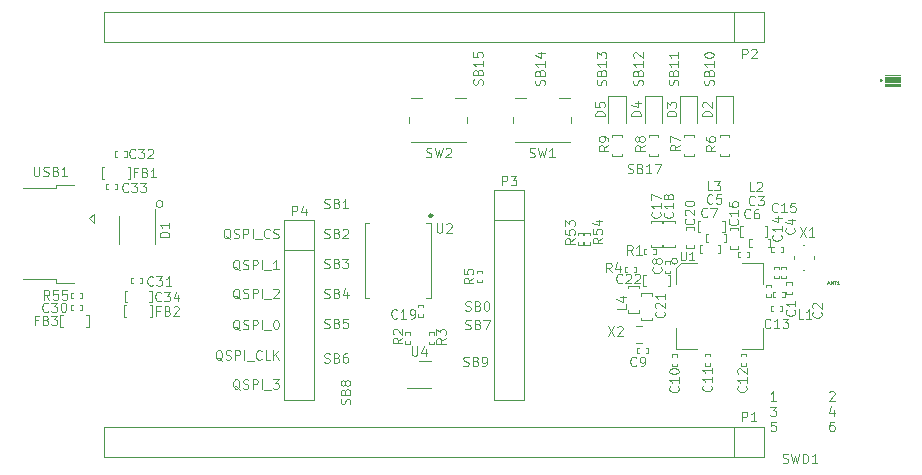
<source format=gbr>
%TF.GenerationSoftware,KiCad,Pcbnew,(6.0.0)*%
%TF.CreationDate,2022-01-25T13:51:39-08:00*%
%TF.ProjectId,nrf5340_qkaa_rev1_sensor,6e726635-3334-4305-9f71-6b61615f7265,rev?*%
%TF.SameCoordinates,Original*%
%TF.FileFunction,Legend,Top*%
%TF.FilePolarity,Positive*%
%FSLAX46Y46*%
G04 Gerber Fmt 4.6, Leading zero omitted, Abs format (unit mm)*
G04 Created by KiCad (PCBNEW (6.0.0)) date 2022-01-25 13:51:39*
%MOMM*%
%LPD*%
G01*
G04 APERTURE LIST*
%ADD10C,0.120000*%
%ADD11C,0.100000*%
%ADD12C,0.060000*%
%ADD13C,0.260000*%
%ADD14C,0.025000*%
%ADD15C,0.020000*%
G04 APERTURE END LIST*
D10*
X58493428Y-75638095D02*
X58417238Y-75600000D01*
X58341047Y-75523809D01*
X58226761Y-75409523D01*
X58150571Y-75371428D01*
X58074380Y-75371428D01*
X58112476Y-75561904D02*
X58036285Y-75523809D01*
X57960095Y-75447619D01*
X57922000Y-75295238D01*
X57922000Y-75028571D01*
X57960095Y-74876190D01*
X58036285Y-74800000D01*
X58112476Y-74761904D01*
X58264857Y-74761904D01*
X58341047Y-74800000D01*
X58417238Y-74876190D01*
X58455333Y-75028571D01*
X58455333Y-75295238D01*
X58417238Y-75447619D01*
X58341047Y-75523809D01*
X58264857Y-75561904D01*
X58112476Y-75561904D01*
X58760095Y-75523809D02*
X58874380Y-75561904D01*
X59064857Y-75561904D01*
X59141047Y-75523809D01*
X59179142Y-75485714D01*
X59217238Y-75409523D01*
X59217238Y-75333333D01*
X59179142Y-75257142D01*
X59141047Y-75219047D01*
X59064857Y-75180952D01*
X58912476Y-75142857D01*
X58836285Y-75104761D01*
X58798190Y-75066666D01*
X58760095Y-74990476D01*
X58760095Y-74914285D01*
X58798190Y-74838095D01*
X58836285Y-74800000D01*
X58912476Y-74761904D01*
X59102952Y-74761904D01*
X59217238Y-74800000D01*
X59560095Y-75561904D02*
X59560095Y-74761904D01*
X59864857Y-74761904D01*
X59941047Y-74800000D01*
X59979142Y-74838095D01*
X60017238Y-74914285D01*
X60017238Y-75028571D01*
X59979142Y-75104761D01*
X59941047Y-75142857D01*
X59864857Y-75180952D01*
X59560095Y-75180952D01*
X60360095Y-75561904D02*
X60360095Y-74761904D01*
X60550571Y-75638095D02*
X61160095Y-75638095D01*
X61502952Y-74761904D02*
X61579142Y-74761904D01*
X61655333Y-74800000D01*
X61693428Y-74838095D01*
X61731523Y-74914285D01*
X61769619Y-75066666D01*
X61769619Y-75257142D01*
X61731523Y-75409523D01*
X61693428Y-75485714D01*
X61655333Y-75523809D01*
X61579142Y-75561904D01*
X61502952Y-75561904D01*
X61426761Y-75523809D01*
X61388666Y-75485714D01*
X61350571Y-75409523D01*
X61312476Y-75257142D01*
X61312476Y-75066666D01*
X61350571Y-74914285D01*
X61388666Y-74838095D01*
X61426761Y-74800000D01*
X61502952Y-74761904D01*
X58493428Y-80678095D02*
X58417238Y-80640000D01*
X58341047Y-80563809D01*
X58226761Y-80449523D01*
X58150571Y-80411428D01*
X58074380Y-80411428D01*
X58112476Y-80601904D02*
X58036285Y-80563809D01*
X57960095Y-80487619D01*
X57922000Y-80335238D01*
X57922000Y-80068571D01*
X57960095Y-79916190D01*
X58036285Y-79840000D01*
X58112476Y-79801904D01*
X58264857Y-79801904D01*
X58341047Y-79840000D01*
X58417238Y-79916190D01*
X58455333Y-80068571D01*
X58455333Y-80335238D01*
X58417238Y-80487619D01*
X58341047Y-80563809D01*
X58264857Y-80601904D01*
X58112476Y-80601904D01*
X58760095Y-80563809D02*
X58874380Y-80601904D01*
X59064857Y-80601904D01*
X59141047Y-80563809D01*
X59179142Y-80525714D01*
X59217238Y-80449523D01*
X59217238Y-80373333D01*
X59179142Y-80297142D01*
X59141047Y-80259047D01*
X59064857Y-80220952D01*
X58912476Y-80182857D01*
X58836285Y-80144761D01*
X58798190Y-80106666D01*
X58760095Y-80030476D01*
X58760095Y-79954285D01*
X58798190Y-79878095D01*
X58836285Y-79840000D01*
X58912476Y-79801904D01*
X59102952Y-79801904D01*
X59217238Y-79840000D01*
X59560095Y-80601904D02*
X59560095Y-79801904D01*
X59864857Y-79801904D01*
X59941047Y-79840000D01*
X59979142Y-79878095D01*
X60017238Y-79954285D01*
X60017238Y-80068571D01*
X59979142Y-80144761D01*
X59941047Y-80182857D01*
X59864857Y-80220952D01*
X59560095Y-80220952D01*
X60360095Y-80601904D02*
X60360095Y-79801904D01*
X60550571Y-80678095D02*
X61160095Y-80678095D01*
X61274380Y-79801904D02*
X61769619Y-79801904D01*
X61502952Y-80106666D01*
X61617238Y-80106666D01*
X61693428Y-80144761D01*
X61731523Y-80182857D01*
X61769619Y-80259047D01*
X61769619Y-80449523D01*
X61731523Y-80525714D01*
X61693428Y-80563809D01*
X61617238Y-80601904D01*
X61388666Y-80601904D01*
X61312476Y-80563809D01*
X61274380Y-80525714D01*
X57007714Y-78228095D02*
X56931523Y-78190000D01*
X56855333Y-78113809D01*
X56741047Y-77999523D01*
X56664857Y-77961428D01*
X56588666Y-77961428D01*
X56626761Y-78151904D02*
X56550571Y-78113809D01*
X56474380Y-78037619D01*
X56436285Y-77885238D01*
X56436285Y-77618571D01*
X56474380Y-77466190D01*
X56550571Y-77390000D01*
X56626761Y-77351904D01*
X56779142Y-77351904D01*
X56855333Y-77390000D01*
X56931523Y-77466190D01*
X56969619Y-77618571D01*
X56969619Y-77885238D01*
X56931523Y-78037619D01*
X56855333Y-78113809D01*
X56779142Y-78151904D01*
X56626761Y-78151904D01*
X57274380Y-78113809D02*
X57388666Y-78151904D01*
X57579142Y-78151904D01*
X57655333Y-78113809D01*
X57693428Y-78075714D01*
X57731523Y-77999523D01*
X57731523Y-77923333D01*
X57693428Y-77847142D01*
X57655333Y-77809047D01*
X57579142Y-77770952D01*
X57426761Y-77732857D01*
X57350571Y-77694761D01*
X57312476Y-77656666D01*
X57274380Y-77580476D01*
X57274380Y-77504285D01*
X57312476Y-77428095D01*
X57350571Y-77390000D01*
X57426761Y-77351904D01*
X57617238Y-77351904D01*
X57731523Y-77390000D01*
X58074380Y-78151904D02*
X58074380Y-77351904D01*
X58379142Y-77351904D01*
X58455333Y-77390000D01*
X58493428Y-77428095D01*
X58531523Y-77504285D01*
X58531523Y-77618571D01*
X58493428Y-77694761D01*
X58455333Y-77732857D01*
X58379142Y-77770952D01*
X58074380Y-77770952D01*
X58874380Y-78151904D02*
X58874380Y-77351904D01*
X59064857Y-78228095D02*
X59674380Y-78228095D01*
X60322000Y-78075714D02*
X60283904Y-78113809D01*
X60169619Y-78151904D01*
X60093428Y-78151904D01*
X59979142Y-78113809D01*
X59902952Y-78037619D01*
X59864857Y-77961428D01*
X59826761Y-77809047D01*
X59826761Y-77694761D01*
X59864857Y-77542380D01*
X59902952Y-77466190D01*
X59979142Y-77390000D01*
X60093428Y-77351904D01*
X60169619Y-77351904D01*
X60283904Y-77390000D01*
X60322000Y-77428095D01*
X61045809Y-78151904D02*
X60664857Y-78151904D01*
X60664857Y-77351904D01*
X61312476Y-78151904D02*
X61312476Y-77351904D01*
X61769619Y-78151904D02*
X61426761Y-77694761D01*
X61769619Y-77351904D02*
X61312476Y-77809047D01*
X103840476Y-83381904D02*
X103459523Y-83381904D01*
X103421428Y-83762857D01*
X103459523Y-83724761D01*
X103535714Y-83686666D01*
X103726190Y-83686666D01*
X103802380Y-83724761D01*
X103840476Y-83762857D01*
X103878571Y-83839047D01*
X103878571Y-84029523D01*
X103840476Y-84105714D01*
X103802380Y-84143809D01*
X103726190Y-84181904D01*
X103535714Y-84181904D01*
X103459523Y-84143809D01*
X103421428Y-84105714D01*
X108761333Y-82378571D02*
X108761333Y-82911904D01*
X108570857Y-82073809D02*
X108380380Y-82645238D01*
X108875619Y-82645238D01*
X57693428Y-67948095D02*
X57617238Y-67910000D01*
X57541047Y-67833809D01*
X57426761Y-67719523D01*
X57350571Y-67681428D01*
X57274380Y-67681428D01*
X57312476Y-67871904D02*
X57236285Y-67833809D01*
X57160095Y-67757619D01*
X57122000Y-67605238D01*
X57122000Y-67338571D01*
X57160095Y-67186190D01*
X57236285Y-67110000D01*
X57312476Y-67071904D01*
X57464857Y-67071904D01*
X57541047Y-67110000D01*
X57617238Y-67186190D01*
X57655333Y-67338571D01*
X57655333Y-67605238D01*
X57617238Y-67757619D01*
X57541047Y-67833809D01*
X57464857Y-67871904D01*
X57312476Y-67871904D01*
X57960095Y-67833809D02*
X58074380Y-67871904D01*
X58264857Y-67871904D01*
X58341047Y-67833809D01*
X58379142Y-67795714D01*
X58417238Y-67719523D01*
X58417238Y-67643333D01*
X58379142Y-67567142D01*
X58341047Y-67529047D01*
X58264857Y-67490952D01*
X58112476Y-67452857D01*
X58036285Y-67414761D01*
X57998190Y-67376666D01*
X57960095Y-67300476D01*
X57960095Y-67224285D01*
X57998190Y-67148095D01*
X58036285Y-67110000D01*
X58112476Y-67071904D01*
X58302952Y-67071904D01*
X58417238Y-67110000D01*
X58760095Y-67871904D02*
X58760095Y-67071904D01*
X59064857Y-67071904D01*
X59141047Y-67110000D01*
X59179142Y-67148095D01*
X59217238Y-67224285D01*
X59217238Y-67338571D01*
X59179142Y-67414761D01*
X59141047Y-67452857D01*
X59064857Y-67490952D01*
X58760095Y-67490952D01*
X59560095Y-67871904D02*
X59560095Y-67071904D01*
X59750571Y-67948095D02*
X60360095Y-67948095D01*
X61007714Y-67795714D02*
X60969619Y-67833809D01*
X60855333Y-67871904D01*
X60779142Y-67871904D01*
X60664857Y-67833809D01*
X60588666Y-67757619D01*
X60550571Y-67681428D01*
X60512476Y-67529047D01*
X60512476Y-67414761D01*
X60550571Y-67262380D01*
X60588666Y-67186190D01*
X60664857Y-67110000D01*
X60779142Y-67071904D01*
X60855333Y-67071904D01*
X60969619Y-67110000D01*
X61007714Y-67148095D01*
X61312476Y-67833809D02*
X61426761Y-67871904D01*
X61617238Y-67871904D01*
X61693428Y-67833809D01*
X61731523Y-67795714D01*
X61769619Y-67719523D01*
X61769619Y-67643333D01*
X61731523Y-67567142D01*
X61693428Y-67529047D01*
X61617238Y-67490952D01*
X61464857Y-67452857D01*
X61388666Y-67414761D01*
X61350571Y-67376666D01*
X61312476Y-67300476D01*
X61312476Y-67224285D01*
X61350571Y-67148095D01*
X61388666Y-67110000D01*
X61464857Y-67071904D01*
X61655333Y-67071904D01*
X61769619Y-67110000D01*
X58493428Y-72998095D02*
X58417238Y-72960000D01*
X58341047Y-72883809D01*
X58226761Y-72769523D01*
X58150571Y-72731428D01*
X58074380Y-72731428D01*
X58112476Y-72921904D02*
X58036285Y-72883809D01*
X57960095Y-72807619D01*
X57922000Y-72655238D01*
X57922000Y-72388571D01*
X57960095Y-72236190D01*
X58036285Y-72160000D01*
X58112476Y-72121904D01*
X58264857Y-72121904D01*
X58341047Y-72160000D01*
X58417238Y-72236190D01*
X58455333Y-72388571D01*
X58455333Y-72655238D01*
X58417238Y-72807619D01*
X58341047Y-72883809D01*
X58264857Y-72921904D01*
X58112476Y-72921904D01*
X58760095Y-72883809D02*
X58874380Y-72921904D01*
X59064857Y-72921904D01*
X59141047Y-72883809D01*
X59179142Y-72845714D01*
X59217238Y-72769523D01*
X59217238Y-72693333D01*
X59179142Y-72617142D01*
X59141047Y-72579047D01*
X59064857Y-72540952D01*
X58912476Y-72502857D01*
X58836285Y-72464761D01*
X58798190Y-72426666D01*
X58760095Y-72350476D01*
X58760095Y-72274285D01*
X58798190Y-72198095D01*
X58836285Y-72160000D01*
X58912476Y-72121904D01*
X59102952Y-72121904D01*
X59217238Y-72160000D01*
X59560095Y-72921904D02*
X59560095Y-72121904D01*
X59864857Y-72121904D01*
X59941047Y-72160000D01*
X59979142Y-72198095D01*
X60017238Y-72274285D01*
X60017238Y-72388571D01*
X59979142Y-72464761D01*
X59941047Y-72502857D01*
X59864857Y-72540952D01*
X59560095Y-72540952D01*
X60360095Y-72921904D02*
X60360095Y-72121904D01*
X60550571Y-72998095D02*
X61160095Y-72998095D01*
X61312476Y-72198095D02*
X61350571Y-72160000D01*
X61426761Y-72121904D01*
X61617238Y-72121904D01*
X61693428Y-72160000D01*
X61731523Y-72198095D01*
X61769619Y-72274285D01*
X61769619Y-72350476D01*
X61731523Y-72464761D01*
X61274380Y-72921904D01*
X61769619Y-72921904D01*
X58493428Y-70578095D02*
X58417238Y-70540000D01*
X58341047Y-70463809D01*
X58226761Y-70349523D01*
X58150571Y-70311428D01*
X58074380Y-70311428D01*
X58112476Y-70501904D02*
X58036285Y-70463809D01*
X57960095Y-70387619D01*
X57922000Y-70235238D01*
X57922000Y-69968571D01*
X57960095Y-69816190D01*
X58036285Y-69740000D01*
X58112476Y-69701904D01*
X58264857Y-69701904D01*
X58341047Y-69740000D01*
X58417238Y-69816190D01*
X58455333Y-69968571D01*
X58455333Y-70235238D01*
X58417238Y-70387619D01*
X58341047Y-70463809D01*
X58264857Y-70501904D01*
X58112476Y-70501904D01*
X58760095Y-70463809D02*
X58874380Y-70501904D01*
X59064857Y-70501904D01*
X59141047Y-70463809D01*
X59179142Y-70425714D01*
X59217238Y-70349523D01*
X59217238Y-70273333D01*
X59179142Y-70197142D01*
X59141047Y-70159047D01*
X59064857Y-70120952D01*
X58912476Y-70082857D01*
X58836285Y-70044761D01*
X58798190Y-70006666D01*
X58760095Y-69930476D01*
X58760095Y-69854285D01*
X58798190Y-69778095D01*
X58836285Y-69740000D01*
X58912476Y-69701904D01*
X59102952Y-69701904D01*
X59217238Y-69740000D01*
X59560095Y-70501904D02*
X59560095Y-69701904D01*
X59864857Y-69701904D01*
X59941047Y-69740000D01*
X59979142Y-69778095D01*
X60017238Y-69854285D01*
X60017238Y-69968571D01*
X59979142Y-70044761D01*
X59941047Y-70082857D01*
X59864857Y-70120952D01*
X59560095Y-70120952D01*
X60360095Y-70501904D02*
X60360095Y-69701904D01*
X60550571Y-70578095D02*
X61160095Y-70578095D01*
X61769619Y-70501904D02*
X61312476Y-70501904D01*
X61541047Y-70501904D02*
X61541047Y-69701904D01*
X61464857Y-69816190D01*
X61388666Y-69892380D01*
X61312476Y-69930476D01*
%TO.C,C19*%
X71795619Y-74585714D02*
X71757523Y-74623809D01*
X71643238Y-74661904D01*
X71567047Y-74661904D01*
X71452761Y-74623809D01*
X71376571Y-74547619D01*
X71338476Y-74471428D01*
X71300380Y-74319047D01*
X71300380Y-74204761D01*
X71338476Y-74052380D01*
X71376571Y-73976190D01*
X71452761Y-73900000D01*
X71567047Y-73861904D01*
X71643238Y-73861904D01*
X71757523Y-73900000D01*
X71795619Y-73938095D01*
X72557523Y-74661904D02*
X72100380Y-74661904D01*
X72328952Y-74661904D02*
X72328952Y-73861904D01*
X72252761Y-73976190D01*
X72176571Y-74052380D01*
X72100380Y-74090476D01*
X72938476Y-74661904D02*
X73090857Y-74661904D01*
X73167047Y-74623809D01*
X73205142Y-74585714D01*
X73281333Y-74471428D01*
X73319428Y-74319047D01*
X73319428Y-74014285D01*
X73281333Y-73938095D01*
X73243238Y-73900000D01*
X73167047Y-73861904D01*
X73014666Y-73861904D01*
X72938476Y-73900000D01*
X72900380Y-73938095D01*
X72862285Y-74014285D01*
X72862285Y-74204761D01*
X72900380Y-74280952D01*
X72938476Y-74319047D01*
X73014666Y-74357142D01*
X73167047Y-74357142D01*
X73243238Y-74319047D01*
X73281333Y-74280952D01*
X73319428Y-74204761D01*
%TO.C,C10*%
X95585714Y-80414380D02*
X95623809Y-80452476D01*
X95661904Y-80566761D01*
X95661904Y-80642952D01*
X95623809Y-80757238D01*
X95547619Y-80833428D01*
X95471428Y-80871523D01*
X95319047Y-80909619D01*
X95204761Y-80909619D01*
X95052380Y-80871523D01*
X94976190Y-80833428D01*
X94900000Y-80757238D01*
X94861904Y-80642952D01*
X94861904Y-80566761D01*
X94900000Y-80452476D01*
X94938095Y-80414380D01*
X95661904Y-79652476D02*
X95661904Y-80109619D01*
X95661904Y-79881047D02*
X94861904Y-79881047D01*
X94976190Y-79957238D01*
X95052380Y-80033428D01*
X95090476Y-80109619D01*
X94861904Y-79157238D02*
X94861904Y-79081047D01*
X94900000Y-79004857D01*
X94938095Y-78966761D01*
X95014285Y-78928666D01*
X95166666Y-78890571D01*
X95357142Y-78890571D01*
X95509523Y-78928666D01*
X95585714Y-78966761D01*
X95623809Y-79004857D01*
X95661904Y-79081047D01*
X95661904Y-79157238D01*
X95623809Y-79233428D01*
X95585714Y-79271523D01*
X95509523Y-79309619D01*
X95357142Y-79347714D01*
X95166666Y-79347714D01*
X95014285Y-79309619D01*
X94938095Y-79271523D01*
X94900000Y-79233428D01*
X94861904Y-79157238D01*
%TO.C,C17*%
X94035714Y-65649380D02*
X94073809Y-65687476D01*
X94111904Y-65801761D01*
X94111904Y-65877952D01*
X94073809Y-65992238D01*
X93997619Y-66068428D01*
X93921428Y-66106523D01*
X93769047Y-66144619D01*
X93654761Y-66144619D01*
X93502380Y-66106523D01*
X93426190Y-66068428D01*
X93350000Y-65992238D01*
X93311904Y-65877952D01*
X93311904Y-65801761D01*
X93350000Y-65687476D01*
X93388095Y-65649380D01*
X94111904Y-64887476D02*
X94111904Y-65344619D01*
X94111904Y-65116047D02*
X93311904Y-65116047D01*
X93426190Y-65192238D01*
X93502380Y-65268428D01*
X93540476Y-65344619D01*
X93311904Y-64620809D02*
X93311904Y-64087476D01*
X94111904Y-64430333D01*
%TO.C,C12*%
X101325714Y-80394380D02*
X101363809Y-80432476D01*
X101401904Y-80546761D01*
X101401904Y-80622952D01*
X101363809Y-80737238D01*
X101287619Y-80813428D01*
X101211428Y-80851523D01*
X101059047Y-80889619D01*
X100944761Y-80889619D01*
X100792380Y-80851523D01*
X100716190Y-80813428D01*
X100640000Y-80737238D01*
X100601904Y-80622952D01*
X100601904Y-80546761D01*
X100640000Y-80432476D01*
X100678095Y-80394380D01*
X101401904Y-79632476D02*
X101401904Y-80089619D01*
X101401904Y-79861047D02*
X100601904Y-79861047D01*
X100716190Y-79937238D01*
X100792380Y-80013428D01*
X100830476Y-80089619D01*
X100678095Y-79327714D02*
X100640000Y-79289619D01*
X100601904Y-79213428D01*
X100601904Y-79022952D01*
X100640000Y-78946761D01*
X100678095Y-78908666D01*
X100754285Y-78870571D01*
X100830476Y-78870571D01*
X100944761Y-78908666D01*
X101401904Y-79365809D01*
X101401904Y-78870571D01*
%TO.C,FB1*%
X49763333Y-62292857D02*
X49496666Y-62292857D01*
X49496666Y-62711904D02*
X49496666Y-61911904D01*
X49877619Y-61911904D01*
X50449047Y-62292857D02*
X50563333Y-62330952D01*
X50601428Y-62369047D01*
X50639523Y-62445238D01*
X50639523Y-62559523D01*
X50601428Y-62635714D01*
X50563333Y-62673809D01*
X50487142Y-62711904D01*
X50182380Y-62711904D01*
X50182380Y-61911904D01*
X50449047Y-61911904D01*
X50525238Y-61950000D01*
X50563333Y-61988095D01*
X50601428Y-62064285D01*
X50601428Y-62140476D01*
X50563333Y-62216666D01*
X50525238Y-62254761D01*
X50449047Y-62292857D01*
X50182380Y-62292857D01*
X51401428Y-62711904D02*
X50944285Y-62711904D01*
X51172857Y-62711904D02*
X51172857Y-61911904D01*
X51096666Y-62026190D01*
X51020476Y-62102380D01*
X50944285Y-62140476D01*
%TO.C,R6*%
X98741904Y-60003333D02*
X98360952Y-60270000D01*
X98741904Y-60460476D02*
X97941904Y-60460476D01*
X97941904Y-60155714D01*
X97980000Y-60079523D01*
X98018095Y-60041428D01*
X98094285Y-60003333D01*
X98208571Y-60003333D01*
X98284761Y-60041428D01*
X98322857Y-60079523D01*
X98360952Y-60155714D01*
X98360952Y-60460476D01*
X97941904Y-59317619D02*
X97941904Y-59470000D01*
X97980000Y-59546190D01*
X98018095Y-59584285D01*
X98132380Y-59660476D01*
X98284761Y-59698571D01*
X98589523Y-59698571D01*
X98665714Y-59660476D01*
X98703809Y-59622380D01*
X98741904Y-59546190D01*
X98741904Y-59393809D01*
X98703809Y-59317619D01*
X98665714Y-59279523D01*
X98589523Y-59241428D01*
X98399047Y-59241428D01*
X98322857Y-59279523D01*
X98284761Y-59317619D01*
X98246666Y-59393809D01*
X98246666Y-59546190D01*
X98284761Y-59622380D01*
X98322857Y-59660476D01*
X98399047Y-59698571D01*
%TO.C,FB2*%
X51693333Y-74002857D02*
X51426666Y-74002857D01*
X51426666Y-74421904D02*
X51426666Y-73621904D01*
X51807619Y-73621904D01*
X52379047Y-74002857D02*
X52493333Y-74040952D01*
X52531428Y-74079047D01*
X52569523Y-74155238D01*
X52569523Y-74269523D01*
X52531428Y-74345714D01*
X52493333Y-74383809D01*
X52417142Y-74421904D01*
X52112380Y-74421904D01*
X52112380Y-73621904D01*
X52379047Y-73621904D01*
X52455238Y-73660000D01*
X52493333Y-73698095D01*
X52531428Y-73774285D01*
X52531428Y-73850476D01*
X52493333Y-73926666D01*
X52455238Y-73964761D01*
X52379047Y-74002857D01*
X52112380Y-74002857D01*
X52874285Y-73698095D02*
X52912380Y-73660000D01*
X52988571Y-73621904D01*
X53179047Y-73621904D01*
X53255238Y-73660000D01*
X53293333Y-73698095D01*
X53331428Y-73774285D01*
X53331428Y-73850476D01*
X53293333Y-73964761D01*
X52836190Y-74421904D01*
X53331428Y-74421904D01*
%TO.C,C9*%
X92045619Y-78625714D02*
X92007523Y-78663809D01*
X91893238Y-78701904D01*
X91817047Y-78701904D01*
X91702761Y-78663809D01*
X91626571Y-78587619D01*
X91588476Y-78511428D01*
X91550380Y-78359047D01*
X91550380Y-78244761D01*
X91588476Y-78092380D01*
X91626571Y-78016190D01*
X91702761Y-77940000D01*
X91817047Y-77901904D01*
X91893238Y-77901904D01*
X92007523Y-77940000D01*
X92045619Y-77978095D01*
X92426571Y-78701904D02*
X92578952Y-78701904D01*
X92655142Y-78663809D01*
X92693238Y-78625714D01*
X92769428Y-78511428D01*
X92807523Y-78359047D01*
X92807523Y-78054285D01*
X92769428Y-77978095D01*
X92731333Y-77940000D01*
X92655142Y-77901904D01*
X92502761Y-77901904D01*
X92426571Y-77940000D01*
X92388476Y-77978095D01*
X92350380Y-78054285D01*
X92350380Y-78244761D01*
X92388476Y-78320952D01*
X92426571Y-78359047D01*
X92502761Y-78397142D01*
X92655142Y-78397142D01*
X92731333Y-78359047D01*
X92769428Y-78320952D01*
X92807523Y-78244761D01*
%TO.C,SB10*%
X98553809Y-54890476D02*
X98591904Y-54776190D01*
X98591904Y-54585714D01*
X98553809Y-54509523D01*
X98515714Y-54471428D01*
X98439523Y-54433333D01*
X98363333Y-54433333D01*
X98287142Y-54471428D01*
X98249047Y-54509523D01*
X98210952Y-54585714D01*
X98172857Y-54738095D01*
X98134761Y-54814285D01*
X98096666Y-54852380D01*
X98020476Y-54890476D01*
X97944285Y-54890476D01*
X97868095Y-54852380D01*
X97830000Y-54814285D01*
X97791904Y-54738095D01*
X97791904Y-54547619D01*
X97830000Y-54433333D01*
X98172857Y-53823809D02*
X98210952Y-53709523D01*
X98249047Y-53671428D01*
X98325238Y-53633333D01*
X98439523Y-53633333D01*
X98515714Y-53671428D01*
X98553809Y-53709523D01*
X98591904Y-53785714D01*
X98591904Y-54090476D01*
X97791904Y-54090476D01*
X97791904Y-53823809D01*
X97830000Y-53747619D01*
X97868095Y-53709523D01*
X97944285Y-53671428D01*
X98020476Y-53671428D01*
X98096666Y-53709523D01*
X98134761Y-53747619D01*
X98172857Y-53823809D01*
X98172857Y-54090476D01*
X98591904Y-52871428D02*
X98591904Y-53328571D01*
X98591904Y-53100000D02*
X97791904Y-53100000D01*
X97906190Y-53176190D01*
X97982380Y-53252380D01*
X98020476Y-53328571D01*
X97791904Y-52376190D02*
X97791904Y-52300000D01*
X97830000Y-52223809D01*
X97868095Y-52185714D01*
X97944285Y-52147619D01*
X98096666Y-52109523D01*
X98287142Y-52109523D01*
X98439523Y-52147619D01*
X98515714Y-52185714D01*
X98553809Y-52223809D01*
X98591904Y-52300000D01*
X98591904Y-52376190D01*
X98553809Y-52452380D01*
X98515714Y-52490476D01*
X98439523Y-52528571D01*
X98287142Y-52566666D01*
X98096666Y-52566666D01*
X97944285Y-52528571D01*
X97868095Y-52490476D01*
X97830000Y-52452380D01*
X97791904Y-52376190D01*
%TO.C,C20*%
X96885714Y-66199380D02*
X96923809Y-66237476D01*
X96961904Y-66351761D01*
X96961904Y-66427952D01*
X96923809Y-66542238D01*
X96847619Y-66618428D01*
X96771428Y-66656523D01*
X96619047Y-66694619D01*
X96504761Y-66694619D01*
X96352380Y-66656523D01*
X96276190Y-66618428D01*
X96200000Y-66542238D01*
X96161904Y-66427952D01*
X96161904Y-66351761D01*
X96200000Y-66237476D01*
X96238095Y-66199380D01*
X96238095Y-65894619D02*
X96200000Y-65856523D01*
X96161904Y-65780333D01*
X96161904Y-65589857D01*
X96200000Y-65513666D01*
X96238095Y-65475571D01*
X96314285Y-65437476D01*
X96390476Y-65437476D01*
X96504761Y-65475571D01*
X96961904Y-65932714D01*
X96961904Y-65437476D01*
X96161904Y-64942238D02*
X96161904Y-64866047D01*
X96200000Y-64789857D01*
X96238095Y-64751761D01*
X96314285Y-64713666D01*
X96466666Y-64675571D01*
X96657142Y-64675571D01*
X96809523Y-64713666D01*
X96885714Y-64751761D01*
X96923809Y-64789857D01*
X96961904Y-64866047D01*
X96961904Y-64942238D01*
X96923809Y-65018428D01*
X96885714Y-65056523D01*
X96809523Y-65094619D01*
X96657142Y-65132714D01*
X96466666Y-65132714D01*
X96314285Y-65094619D01*
X96238095Y-65056523D01*
X96200000Y-65018428D01*
X96161904Y-64942238D01*
%TO.C,X2*%
X89642380Y-75311904D02*
X90175714Y-76111904D01*
X90175714Y-75311904D02*
X89642380Y-76111904D01*
X90442380Y-75388095D02*
X90480476Y-75350000D01*
X90556666Y-75311904D01*
X90747142Y-75311904D01*
X90823333Y-75350000D01*
X90861428Y-75388095D01*
X90899523Y-75464285D01*
X90899523Y-75540476D01*
X90861428Y-75654761D01*
X90404285Y-76111904D01*
X90899523Y-76111904D01*
%TO.C,SB5*%
X65640476Y-75453809D02*
X65754761Y-75491904D01*
X65945238Y-75491904D01*
X66021428Y-75453809D01*
X66059523Y-75415714D01*
X66097619Y-75339523D01*
X66097619Y-75263333D01*
X66059523Y-75187142D01*
X66021428Y-75149047D01*
X65945238Y-75110952D01*
X65792857Y-75072857D01*
X65716666Y-75034761D01*
X65678571Y-74996666D01*
X65640476Y-74920476D01*
X65640476Y-74844285D01*
X65678571Y-74768095D01*
X65716666Y-74730000D01*
X65792857Y-74691904D01*
X65983333Y-74691904D01*
X66097619Y-74730000D01*
X66707142Y-75072857D02*
X66821428Y-75110952D01*
X66859523Y-75149047D01*
X66897619Y-75225238D01*
X66897619Y-75339523D01*
X66859523Y-75415714D01*
X66821428Y-75453809D01*
X66745238Y-75491904D01*
X66440476Y-75491904D01*
X66440476Y-74691904D01*
X66707142Y-74691904D01*
X66783333Y-74730000D01*
X66821428Y-74768095D01*
X66859523Y-74844285D01*
X66859523Y-74920476D01*
X66821428Y-74996666D01*
X66783333Y-75034761D01*
X66707142Y-75072857D01*
X66440476Y-75072857D01*
X67621428Y-74691904D02*
X67240476Y-74691904D01*
X67202380Y-75072857D01*
X67240476Y-75034761D01*
X67316666Y-74996666D01*
X67507142Y-74996666D01*
X67583333Y-75034761D01*
X67621428Y-75072857D01*
X67659523Y-75149047D01*
X67659523Y-75339523D01*
X67621428Y-75415714D01*
X67583333Y-75453809D01*
X67507142Y-75491904D01*
X67316666Y-75491904D01*
X67240476Y-75453809D01*
X67202380Y-75415714D01*
%TO.C,P1*%
X101009523Y-83351904D02*
X101009523Y-82551904D01*
X101314285Y-82551904D01*
X101390476Y-82590000D01*
X101428571Y-82628095D01*
X101466666Y-82704285D01*
X101466666Y-82818571D01*
X101428571Y-82894761D01*
X101390476Y-82932857D01*
X101314285Y-82970952D01*
X101009523Y-82970952D01*
X102228571Y-83351904D02*
X101771428Y-83351904D01*
X102000000Y-83351904D02*
X102000000Y-82551904D01*
X101923809Y-82666190D01*
X101847619Y-82742380D01*
X101771428Y-82780476D01*
%TO.C,C14*%
X104275714Y-67584380D02*
X104313809Y-67622476D01*
X104351904Y-67736761D01*
X104351904Y-67812952D01*
X104313809Y-67927238D01*
X104237619Y-68003428D01*
X104161428Y-68041523D01*
X104009047Y-68079619D01*
X103894761Y-68079619D01*
X103742380Y-68041523D01*
X103666190Y-68003428D01*
X103590000Y-67927238D01*
X103551904Y-67812952D01*
X103551904Y-67736761D01*
X103590000Y-67622476D01*
X103628095Y-67584380D01*
X104351904Y-66822476D02*
X104351904Y-67279619D01*
X104351904Y-67051047D02*
X103551904Y-67051047D01*
X103666190Y-67127238D01*
X103742380Y-67203428D01*
X103780476Y-67279619D01*
X103818571Y-66136761D02*
X104351904Y-66136761D01*
X103513809Y-66327238D02*
X104085238Y-66517714D01*
X104085238Y-66022476D01*
%TO.C,SB3*%
X65640476Y-70373809D02*
X65754761Y-70411904D01*
X65945238Y-70411904D01*
X66021428Y-70373809D01*
X66059523Y-70335714D01*
X66097619Y-70259523D01*
X66097619Y-70183333D01*
X66059523Y-70107142D01*
X66021428Y-70069047D01*
X65945238Y-70030952D01*
X65792857Y-69992857D01*
X65716666Y-69954761D01*
X65678571Y-69916666D01*
X65640476Y-69840476D01*
X65640476Y-69764285D01*
X65678571Y-69688095D01*
X65716666Y-69650000D01*
X65792857Y-69611904D01*
X65983333Y-69611904D01*
X66097619Y-69650000D01*
X66707142Y-69992857D02*
X66821428Y-70030952D01*
X66859523Y-70069047D01*
X66897619Y-70145238D01*
X66897619Y-70259523D01*
X66859523Y-70335714D01*
X66821428Y-70373809D01*
X66745238Y-70411904D01*
X66440476Y-70411904D01*
X66440476Y-69611904D01*
X66707142Y-69611904D01*
X66783333Y-69650000D01*
X66821428Y-69688095D01*
X66859523Y-69764285D01*
X66859523Y-69840476D01*
X66821428Y-69916666D01*
X66783333Y-69954761D01*
X66707142Y-69992857D01*
X66440476Y-69992857D01*
X67164285Y-69611904D02*
X67659523Y-69611904D01*
X67392857Y-69916666D01*
X67507142Y-69916666D01*
X67583333Y-69954761D01*
X67621428Y-69992857D01*
X67659523Y-70069047D01*
X67659523Y-70259523D01*
X67621428Y-70335714D01*
X67583333Y-70373809D01*
X67507142Y-70411904D01*
X67278571Y-70411904D01*
X67202380Y-70373809D01*
X67164285Y-70335714D01*
%TO.C,D3*%
X95441904Y-57540476D02*
X94641904Y-57540476D01*
X94641904Y-57350000D01*
X94680000Y-57235714D01*
X94756190Y-57159523D01*
X94832380Y-57121428D01*
X94984761Y-57083333D01*
X95099047Y-57083333D01*
X95251428Y-57121428D01*
X95327619Y-57159523D01*
X95403809Y-57235714D01*
X95441904Y-57350000D01*
X95441904Y-57540476D01*
X94641904Y-56816666D02*
X94641904Y-56321428D01*
X94946666Y-56588095D01*
X94946666Y-56473809D01*
X94984761Y-56397619D01*
X95022857Y-56359523D01*
X95099047Y-56321428D01*
X95289523Y-56321428D01*
X95365714Y-56359523D01*
X95403809Y-56397619D01*
X95441904Y-56473809D01*
X95441904Y-56702380D01*
X95403809Y-56778571D01*
X95365714Y-56816666D01*
%TO.C,C2*%
X107685714Y-74104380D02*
X107723809Y-74142476D01*
X107761904Y-74256761D01*
X107761904Y-74332952D01*
X107723809Y-74447238D01*
X107647619Y-74523428D01*
X107571428Y-74561523D01*
X107419047Y-74599619D01*
X107304761Y-74599619D01*
X107152380Y-74561523D01*
X107076190Y-74523428D01*
X107000000Y-74447238D01*
X106961904Y-74332952D01*
X106961904Y-74256761D01*
X107000000Y-74142476D01*
X107038095Y-74104380D01*
X107038095Y-73799619D02*
X107000000Y-73761523D01*
X106961904Y-73685333D01*
X106961904Y-73494857D01*
X107000000Y-73418666D01*
X107038095Y-73380571D01*
X107114285Y-73342476D01*
X107190476Y-73342476D01*
X107304761Y-73380571D01*
X107761904Y-73837714D01*
X107761904Y-73342476D01*
%TO.C,D2*%
X98441904Y-57540476D02*
X97641904Y-57540476D01*
X97641904Y-57350000D01*
X97680000Y-57235714D01*
X97756190Y-57159523D01*
X97832380Y-57121428D01*
X97984761Y-57083333D01*
X98099047Y-57083333D01*
X98251428Y-57121428D01*
X98327619Y-57159523D01*
X98403809Y-57235714D01*
X98441904Y-57350000D01*
X98441904Y-57540476D01*
X97718095Y-56778571D02*
X97680000Y-56740476D01*
X97641904Y-56664285D01*
X97641904Y-56473809D01*
X97680000Y-56397619D01*
X97718095Y-56359523D01*
X97794285Y-56321428D01*
X97870476Y-56321428D01*
X97984761Y-56359523D01*
X98441904Y-56816666D01*
X98441904Y-56321428D01*
%TO.C,SB13*%
X89483809Y-54890476D02*
X89521904Y-54776190D01*
X89521904Y-54585714D01*
X89483809Y-54509523D01*
X89445714Y-54471428D01*
X89369523Y-54433333D01*
X89293333Y-54433333D01*
X89217142Y-54471428D01*
X89179047Y-54509523D01*
X89140952Y-54585714D01*
X89102857Y-54738095D01*
X89064761Y-54814285D01*
X89026666Y-54852380D01*
X88950476Y-54890476D01*
X88874285Y-54890476D01*
X88798095Y-54852380D01*
X88760000Y-54814285D01*
X88721904Y-54738095D01*
X88721904Y-54547619D01*
X88760000Y-54433333D01*
X89102857Y-53823809D02*
X89140952Y-53709523D01*
X89179047Y-53671428D01*
X89255238Y-53633333D01*
X89369523Y-53633333D01*
X89445714Y-53671428D01*
X89483809Y-53709523D01*
X89521904Y-53785714D01*
X89521904Y-54090476D01*
X88721904Y-54090476D01*
X88721904Y-53823809D01*
X88760000Y-53747619D01*
X88798095Y-53709523D01*
X88874285Y-53671428D01*
X88950476Y-53671428D01*
X89026666Y-53709523D01*
X89064761Y-53747619D01*
X89102857Y-53823809D01*
X89102857Y-54090476D01*
X89521904Y-52871428D02*
X89521904Y-53328571D01*
X89521904Y-53100000D02*
X88721904Y-53100000D01*
X88836190Y-53176190D01*
X88912380Y-53252380D01*
X88950476Y-53328571D01*
X88721904Y-52604761D02*
X88721904Y-52109523D01*
X89026666Y-52376190D01*
X89026666Y-52261904D01*
X89064761Y-52185714D01*
X89102857Y-52147619D01*
X89179047Y-52109523D01*
X89369523Y-52109523D01*
X89445714Y-52147619D01*
X89483809Y-52185714D01*
X89521904Y-52261904D01*
X89521904Y-52490476D01*
X89483809Y-52566666D01*
X89445714Y-52604761D01*
%TO.C,C32*%
X49622119Y-61010714D02*
X49584023Y-61048809D01*
X49469738Y-61086904D01*
X49393547Y-61086904D01*
X49279261Y-61048809D01*
X49203071Y-60972619D01*
X49164976Y-60896428D01*
X49126880Y-60744047D01*
X49126880Y-60629761D01*
X49164976Y-60477380D01*
X49203071Y-60401190D01*
X49279261Y-60325000D01*
X49393547Y-60286904D01*
X49469738Y-60286904D01*
X49584023Y-60325000D01*
X49622119Y-60363095D01*
X49888785Y-60286904D02*
X50384023Y-60286904D01*
X50117357Y-60591666D01*
X50231642Y-60591666D01*
X50307833Y-60629761D01*
X50345928Y-60667857D01*
X50384023Y-60744047D01*
X50384023Y-60934523D01*
X50345928Y-61010714D01*
X50307833Y-61048809D01*
X50231642Y-61086904D01*
X50003071Y-61086904D01*
X49926880Y-61048809D01*
X49888785Y-61010714D01*
X50688785Y-60363095D02*
X50726880Y-60325000D01*
X50803071Y-60286904D01*
X50993547Y-60286904D01*
X51069738Y-60325000D01*
X51107833Y-60363095D01*
X51145928Y-60439285D01*
X51145928Y-60515476D01*
X51107833Y-60629761D01*
X50650690Y-61086904D01*
X51145928Y-61086904D01*
%TO.C,C30*%
X42265619Y-74035714D02*
X42227523Y-74073809D01*
X42113238Y-74111904D01*
X42037047Y-74111904D01*
X41922761Y-74073809D01*
X41846571Y-73997619D01*
X41808476Y-73921428D01*
X41770380Y-73769047D01*
X41770380Y-73654761D01*
X41808476Y-73502380D01*
X41846571Y-73426190D01*
X41922761Y-73350000D01*
X42037047Y-73311904D01*
X42113238Y-73311904D01*
X42227523Y-73350000D01*
X42265619Y-73388095D01*
X42532285Y-73311904D02*
X43027523Y-73311904D01*
X42760857Y-73616666D01*
X42875142Y-73616666D01*
X42951333Y-73654761D01*
X42989428Y-73692857D01*
X43027523Y-73769047D01*
X43027523Y-73959523D01*
X42989428Y-74035714D01*
X42951333Y-74073809D01*
X42875142Y-74111904D01*
X42646571Y-74111904D01*
X42570380Y-74073809D01*
X42532285Y-74035714D01*
X43522761Y-73311904D02*
X43598952Y-73311904D01*
X43675142Y-73350000D01*
X43713238Y-73388095D01*
X43751333Y-73464285D01*
X43789428Y-73616666D01*
X43789428Y-73807142D01*
X43751333Y-73959523D01*
X43713238Y-74035714D01*
X43675142Y-74073809D01*
X43598952Y-74111904D01*
X43522761Y-74111904D01*
X43446571Y-74073809D01*
X43408476Y-74035714D01*
X43370380Y-73959523D01*
X43332285Y-73807142D01*
X43332285Y-73616666D01*
X43370380Y-73464285D01*
X43408476Y-73388095D01*
X43446571Y-73350000D01*
X43522761Y-73311904D01*
%TO.C,SB7*%
X77590476Y-75543809D02*
X77704761Y-75581904D01*
X77895238Y-75581904D01*
X77971428Y-75543809D01*
X78009523Y-75505714D01*
X78047619Y-75429523D01*
X78047619Y-75353333D01*
X78009523Y-75277142D01*
X77971428Y-75239047D01*
X77895238Y-75200952D01*
X77742857Y-75162857D01*
X77666666Y-75124761D01*
X77628571Y-75086666D01*
X77590476Y-75010476D01*
X77590476Y-74934285D01*
X77628571Y-74858095D01*
X77666666Y-74820000D01*
X77742857Y-74781904D01*
X77933333Y-74781904D01*
X78047619Y-74820000D01*
X78657142Y-75162857D02*
X78771428Y-75200952D01*
X78809523Y-75239047D01*
X78847619Y-75315238D01*
X78847619Y-75429523D01*
X78809523Y-75505714D01*
X78771428Y-75543809D01*
X78695238Y-75581904D01*
X78390476Y-75581904D01*
X78390476Y-74781904D01*
X78657142Y-74781904D01*
X78733333Y-74820000D01*
X78771428Y-74858095D01*
X78809523Y-74934285D01*
X78809523Y-75010476D01*
X78771428Y-75086666D01*
X78733333Y-75124761D01*
X78657142Y-75162857D01*
X78390476Y-75162857D01*
X79114285Y-74781904D02*
X79647619Y-74781904D01*
X79304761Y-75581904D01*
%TO.C,L4*%
X91181904Y-73460571D02*
X91181904Y-73841523D01*
X90381904Y-73841523D01*
X90648571Y-72851047D02*
X91181904Y-72851047D01*
X90343809Y-73041523D02*
X90915238Y-73232000D01*
X90915238Y-72736761D01*
%TO.C,SB0*%
X77590476Y-73963809D02*
X77704761Y-74001904D01*
X77895238Y-74001904D01*
X77971428Y-73963809D01*
X78009523Y-73925714D01*
X78047619Y-73849523D01*
X78047619Y-73773333D01*
X78009523Y-73697142D01*
X77971428Y-73659047D01*
X77895238Y-73620952D01*
X77742857Y-73582857D01*
X77666666Y-73544761D01*
X77628571Y-73506666D01*
X77590476Y-73430476D01*
X77590476Y-73354285D01*
X77628571Y-73278095D01*
X77666666Y-73240000D01*
X77742857Y-73201904D01*
X77933333Y-73201904D01*
X78047619Y-73240000D01*
X78657142Y-73582857D02*
X78771428Y-73620952D01*
X78809523Y-73659047D01*
X78847619Y-73735238D01*
X78847619Y-73849523D01*
X78809523Y-73925714D01*
X78771428Y-73963809D01*
X78695238Y-74001904D01*
X78390476Y-74001904D01*
X78390476Y-73201904D01*
X78657142Y-73201904D01*
X78733333Y-73240000D01*
X78771428Y-73278095D01*
X78809523Y-73354285D01*
X78809523Y-73430476D01*
X78771428Y-73506666D01*
X78733333Y-73544761D01*
X78657142Y-73582857D01*
X78390476Y-73582857D01*
X79342857Y-73201904D02*
X79419047Y-73201904D01*
X79495238Y-73240000D01*
X79533333Y-73278095D01*
X79571428Y-73354285D01*
X79609523Y-73506666D01*
X79609523Y-73697142D01*
X79571428Y-73849523D01*
X79533333Y-73925714D01*
X79495238Y-73963809D01*
X79419047Y-74001904D01*
X79342857Y-74001904D01*
X79266666Y-73963809D01*
X79228571Y-73925714D01*
X79190476Y-73849523D01*
X79152380Y-73697142D01*
X79152380Y-73506666D01*
X79190476Y-73354285D01*
X79228571Y-73278095D01*
X79266666Y-73240000D01*
X79342857Y-73201904D01*
%TO.C,R54*%
X89171904Y-67844380D02*
X88790952Y-68111047D01*
X89171904Y-68301523D02*
X88371904Y-68301523D01*
X88371904Y-67996761D01*
X88410000Y-67920571D01*
X88448095Y-67882476D01*
X88524285Y-67844380D01*
X88638571Y-67844380D01*
X88714761Y-67882476D01*
X88752857Y-67920571D01*
X88790952Y-67996761D01*
X88790952Y-68301523D01*
X88371904Y-67120571D02*
X88371904Y-67501523D01*
X88752857Y-67539619D01*
X88714761Y-67501523D01*
X88676666Y-67425333D01*
X88676666Y-67234857D01*
X88714761Y-67158666D01*
X88752857Y-67120571D01*
X88829047Y-67082476D01*
X89019523Y-67082476D01*
X89095714Y-67120571D01*
X89133809Y-67158666D01*
X89171904Y-67234857D01*
X89171904Y-67425333D01*
X89133809Y-67501523D01*
X89095714Y-67539619D01*
X88638571Y-66396761D02*
X89171904Y-66396761D01*
X88333809Y-66587238D02*
X88905238Y-66777714D01*
X88905238Y-66282476D01*
%TO.C,D1*%
X52506904Y-67760476D02*
X51706904Y-67760476D01*
X51706904Y-67570000D01*
X51745000Y-67455714D01*
X51821190Y-67379523D01*
X51897380Y-67341428D01*
X52049761Y-67303333D01*
X52164047Y-67303333D01*
X52316428Y-67341428D01*
X52392619Y-67379523D01*
X52468809Y-67455714D01*
X52506904Y-67570000D01*
X52506904Y-67760476D01*
X52506904Y-66541428D02*
X52506904Y-66998571D01*
X52506904Y-66770000D02*
X51706904Y-66770000D01*
X51821190Y-66846190D01*
X51897380Y-66922380D01*
X51935476Y-66998571D01*
%TO.C,X1*%
X105882380Y-66921904D02*
X106415714Y-67721904D01*
X106415714Y-66921904D02*
X105882380Y-67721904D01*
X107139523Y-67721904D02*
X106682380Y-67721904D01*
X106910952Y-67721904D02*
X106910952Y-66921904D01*
X106834761Y-67036190D01*
X106758571Y-67112380D01*
X106682380Y-67150476D01*
%TO.C,SB6*%
X65640476Y-78353809D02*
X65754761Y-78391904D01*
X65945238Y-78391904D01*
X66021428Y-78353809D01*
X66059523Y-78315714D01*
X66097619Y-78239523D01*
X66097619Y-78163333D01*
X66059523Y-78087142D01*
X66021428Y-78049047D01*
X65945238Y-78010952D01*
X65792857Y-77972857D01*
X65716666Y-77934761D01*
X65678571Y-77896666D01*
X65640476Y-77820476D01*
X65640476Y-77744285D01*
X65678571Y-77668095D01*
X65716666Y-77630000D01*
X65792857Y-77591904D01*
X65983333Y-77591904D01*
X66097619Y-77630000D01*
X66707142Y-77972857D02*
X66821428Y-78010952D01*
X66859523Y-78049047D01*
X66897619Y-78125238D01*
X66897619Y-78239523D01*
X66859523Y-78315714D01*
X66821428Y-78353809D01*
X66745238Y-78391904D01*
X66440476Y-78391904D01*
X66440476Y-77591904D01*
X66707142Y-77591904D01*
X66783333Y-77630000D01*
X66821428Y-77668095D01*
X66859523Y-77744285D01*
X66859523Y-77820476D01*
X66821428Y-77896666D01*
X66783333Y-77934761D01*
X66707142Y-77972857D01*
X66440476Y-77972857D01*
X67583333Y-77591904D02*
X67430952Y-77591904D01*
X67354761Y-77630000D01*
X67316666Y-77668095D01*
X67240476Y-77782380D01*
X67202380Y-77934761D01*
X67202380Y-78239523D01*
X67240476Y-78315714D01*
X67278571Y-78353809D01*
X67354761Y-78391904D01*
X67507142Y-78391904D01*
X67583333Y-78353809D01*
X67621428Y-78315714D01*
X67659523Y-78239523D01*
X67659523Y-78049047D01*
X67621428Y-77972857D01*
X67583333Y-77934761D01*
X67507142Y-77896666D01*
X67354761Y-77896666D01*
X67278571Y-77934761D01*
X67240476Y-77972857D01*
X67202380Y-78049047D01*
%TO.C,C3*%
X102065619Y-65005714D02*
X102027523Y-65043809D01*
X101913238Y-65081904D01*
X101837047Y-65081904D01*
X101722761Y-65043809D01*
X101646571Y-64967619D01*
X101608476Y-64891428D01*
X101570380Y-64739047D01*
X101570380Y-64624761D01*
X101608476Y-64472380D01*
X101646571Y-64396190D01*
X101722761Y-64320000D01*
X101837047Y-64281904D01*
X101913238Y-64281904D01*
X102027523Y-64320000D01*
X102065619Y-64358095D01*
X102332285Y-64281904D02*
X102827523Y-64281904D01*
X102560857Y-64586666D01*
X102675142Y-64586666D01*
X102751333Y-64624761D01*
X102789428Y-64662857D01*
X102827523Y-64739047D01*
X102827523Y-64929523D01*
X102789428Y-65005714D01*
X102751333Y-65043809D01*
X102675142Y-65081904D01*
X102446571Y-65081904D01*
X102370380Y-65043809D01*
X102332285Y-65005714D01*
%TO.C,C15*%
X104015619Y-65585714D02*
X103977523Y-65623809D01*
X103863238Y-65661904D01*
X103787047Y-65661904D01*
X103672761Y-65623809D01*
X103596571Y-65547619D01*
X103558476Y-65471428D01*
X103520380Y-65319047D01*
X103520380Y-65204761D01*
X103558476Y-65052380D01*
X103596571Y-64976190D01*
X103672761Y-64900000D01*
X103787047Y-64861904D01*
X103863238Y-64861904D01*
X103977523Y-64900000D01*
X104015619Y-64938095D01*
X104777523Y-65661904D02*
X104320380Y-65661904D01*
X104548952Y-65661904D02*
X104548952Y-64861904D01*
X104472761Y-64976190D01*
X104396571Y-65052380D01*
X104320380Y-65090476D01*
X105501333Y-64861904D02*
X105120380Y-64861904D01*
X105082285Y-65242857D01*
X105120380Y-65204761D01*
X105196571Y-65166666D01*
X105387047Y-65166666D01*
X105463238Y-65204761D01*
X105501333Y-65242857D01*
X105539428Y-65319047D01*
X105539428Y-65509523D01*
X105501333Y-65585714D01*
X105463238Y-65623809D01*
X105387047Y-65661904D01*
X105196571Y-65661904D01*
X105120380Y-65623809D01*
X105082285Y-65585714D01*
%TO.C,L3*%
X98479428Y-63821904D02*
X98098476Y-63821904D01*
X98098476Y-63021904D01*
X98669904Y-63021904D02*
X99165142Y-63021904D01*
X98898476Y-63326666D01*
X99012761Y-63326666D01*
X99088952Y-63364761D01*
X99127047Y-63402857D01*
X99165142Y-63479047D01*
X99165142Y-63669523D01*
X99127047Y-63745714D01*
X99088952Y-63783809D01*
X99012761Y-63821904D01*
X98784190Y-63821904D01*
X98708000Y-63783809D01*
X98669904Y-63745714D01*
%TO.C,R55*%
X42365619Y-73081904D02*
X42098952Y-72700952D01*
X41908476Y-73081904D02*
X41908476Y-72281904D01*
X42213238Y-72281904D01*
X42289428Y-72320000D01*
X42327523Y-72358095D01*
X42365619Y-72434285D01*
X42365619Y-72548571D01*
X42327523Y-72624761D01*
X42289428Y-72662857D01*
X42213238Y-72700952D01*
X41908476Y-72700952D01*
X43089428Y-72281904D02*
X42708476Y-72281904D01*
X42670380Y-72662857D01*
X42708476Y-72624761D01*
X42784666Y-72586666D01*
X42975142Y-72586666D01*
X43051333Y-72624761D01*
X43089428Y-72662857D01*
X43127523Y-72739047D01*
X43127523Y-72929523D01*
X43089428Y-73005714D01*
X43051333Y-73043809D01*
X42975142Y-73081904D01*
X42784666Y-73081904D01*
X42708476Y-73043809D01*
X42670380Y-73005714D01*
X43851333Y-72281904D02*
X43470380Y-72281904D01*
X43432285Y-72662857D01*
X43470380Y-72624761D01*
X43546571Y-72586666D01*
X43737047Y-72586666D01*
X43813238Y-72624761D01*
X43851333Y-72662857D01*
X43889428Y-72739047D01*
X43889428Y-72929523D01*
X43851333Y-73005714D01*
X43813238Y-73043809D01*
X43737047Y-73081904D01*
X43546571Y-73081904D01*
X43470380Y-73043809D01*
X43432285Y-73005714D01*
%TO.C,R8*%
X92751904Y-59983333D02*
X92370952Y-60250000D01*
X92751904Y-60440476D02*
X91951904Y-60440476D01*
X91951904Y-60135714D01*
X91990000Y-60059523D01*
X92028095Y-60021428D01*
X92104285Y-59983333D01*
X92218571Y-59983333D01*
X92294761Y-60021428D01*
X92332857Y-60059523D01*
X92370952Y-60135714D01*
X92370952Y-60440476D01*
X92294761Y-59526190D02*
X92256666Y-59602380D01*
X92218571Y-59640476D01*
X92142380Y-59678571D01*
X92104285Y-59678571D01*
X92028095Y-59640476D01*
X91990000Y-59602380D01*
X91951904Y-59526190D01*
X91951904Y-59373809D01*
X91990000Y-59297619D01*
X92028095Y-59259523D01*
X92104285Y-59221428D01*
X92142380Y-59221428D01*
X92218571Y-59259523D01*
X92256666Y-59297619D01*
X92294761Y-59373809D01*
X92294761Y-59526190D01*
X92332857Y-59602380D01*
X92370952Y-59640476D01*
X92447142Y-59678571D01*
X92599523Y-59678571D01*
X92675714Y-59640476D01*
X92713809Y-59602380D01*
X92751904Y-59526190D01*
X92751904Y-59373809D01*
X92713809Y-59297619D01*
X92675714Y-59259523D01*
X92599523Y-59221428D01*
X92447142Y-59221428D01*
X92370952Y-59259523D01*
X92332857Y-59297619D01*
X92294761Y-59373809D01*
%TO.C,C16*%
X100585714Y-66274380D02*
X100623809Y-66312476D01*
X100661904Y-66426761D01*
X100661904Y-66502952D01*
X100623809Y-66617238D01*
X100547619Y-66693428D01*
X100471428Y-66731523D01*
X100319047Y-66769619D01*
X100204761Y-66769619D01*
X100052380Y-66731523D01*
X99976190Y-66693428D01*
X99900000Y-66617238D01*
X99861904Y-66502952D01*
X99861904Y-66426761D01*
X99900000Y-66312476D01*
X99938095Y-66274380D01*
X100661904Y-65512476D02*
X100661904Y-65969619D01*
X100661904Y-65741047D02*
X99861904Y-65741047D01*
X99976190Y-65817238D01*
X100052380Y-65893428D01*
X100090476Y-65969619D01*
X99861904Y-64826761D02*
X99861904Y-64979142D01*
X99900000Y-65055333D01*
X99938095Y-65093428D01*
X100052380Y-65169619D01*
X100204761Y-65207714D01*
X100509523Y-65207714D01*
X100585714Y-65169619D01*
X100623809Y-65131523D01*
X100661904Y-65055333D01*
X100661904Y-64902952D01*
X100623809Y-64826761D01*
X100585714Y-64788666D01*
X100509523Y-64750571D01*
X100319047Y-64750571D01*
X100242857Y-64788666D01*
X100204761Y-64826761D01*
X100166666Y-64902952D01*
X100166666Y-65055333D01*
X100204761Y-65131523D01*
X100242857Y-65169619D01*
X100319047Y-65207714D01*
%TO.C,SB8*%
X67793809Y-81899523D02*
X67831904Y-81785238D01*
X67831904Y-81594761D01*
X67793809Y-81518571D01*
X67755714Y-81480476D01*
X67679523Y-81442380D01*
X67603333Y-81442380D01*
X67527142Y-81480476D01*
X67489047Y-81518571D01*
X67450952Y-81594761D01*
X67412857Y-81747142D01*
X67374761Y-81823333D01*
X67336666Y-81861428D01*
X67260476Y-81899523D01*
X67184285Y-81899523D01*
X67108095Y-81861428D01*
X67070000Y-81823333D01*
X67031904Y-81747142D01*
X67031904Y-81556666D01*
X67070000Y-81442380D01*
X67412857Y-80832857D02*
X67450952Y-80718571D01*
X67489047Y-80680476D01*
X67565238Y-80642380D01*
X67679523Y-80642380D01*
X67755714Y-80680476D01*
X67793809Y-80718571D01*
X67831904Y-80794761D01*
X67831904Y-81099523D01*
X67031904Y-81099523D01*
X67031904Y-80832857D01*
X67070000Y-80756666D01*
X67108095Y-80718571D01*
X67184285Y-80680476D01*
X67260476Y-80680476D01*
X67336666Y-80718571D01*
X67374761Y-80756666D01*
X67412857Y-80832857D01*
X67412857Y-81099523D01*
X67374761Y-80185238D02*
X67336666Y-80261428D01*
X67298571Y-80299523D01*
X67222380Y-80337619D01*
X67184285Y-80337619D01*
X67108095Y-80299523D01*
X67070000Y-80261428D01*
X67031904Y-80185238D01*
X67031904Y-80032857D01*
X67070000Y-79956666D01*
X67108095Y-79918571D01*
X67184285Y-79880476D01*
X67222380Y-79880476D01*
X67298571Y-79918571D01*
X67336666Y-79956666D01*
X67374761Y-80032857D01*
X67374761Y-80185238D01*
X67412857Y-80261428D01*
X67450952Y-80299523D01*
X67527142Y-80337619D01*
X67679523Y-80337619D01*
X67755714Y-80299523D01*
X67793809Y-80261428D01*
X67831904Y-80185238D01*
X67831904Y-80032857D01*
X67793809Y-79956666D01*
X67755714Y-79918571D01*
X67679523Y-79880476D01*
X67527142Y-79880476D01*
X67450952Y-79918571D01*
X67412857Y-79956666D01*
X67374761Y-80032857D01*
%TO.C,C31*%
X51155619Y-71815714D02*
X51117523Y-71853809D01*
X51003238Y-71891904D01*
X50927047Y-71891904D01*
X50812761Y-71853809D01*
X50736571Y-71777619D01*
X50698476Y-71701428D01*
X50660380Y-71549047D01*
X50660380Y-71434761D01*
X50698476Y-71282380D01*
X50736571Y-71206190D01*
X50812761Y-71130000D01*
X50927047Y-71091904D01*
X51003238Y-71091904D01*
X51117523Y-71130000D01*
X51155619Y-71168095D01*
X51422285Y-71091904D02*
X51917523Y-71091904D01*
X51650857Y-71396666D01*
X51765142Y-71396666D01*
X51841333Y-71434761D01*
X51879428Y-71472857D01*
X51917523Y-71549047D01*
X51917523Y-71739523D01*
X51879428Y-71815714D01*
X51841333Y-71853809D01*
X51765142Y-71891904D01*
X51536571Y-71891904D01*
X51460380Y-71853809D01*
X51422285Y-71815714D01*
X52679428Y-71891904D02*
X52222285Y-71891904D01*
X52450857Y-71891904D02*
X52450857Y-71091904D01*
X52374666Y-71206190D01*
X52298476Y-71282380D01*
X52222285Y-71320476D01*
%TO.C,FB3*%
X41373333Y-74812857D02*
X41106666Y-74812857D01*
X41106666Y-75231904D02*
X41106666Y-74431904D01*
X41487619Y-74431904D01*
X42059047Y-74812857D02*
X42173333Y-74850952D01*
X42211428Y-74889047D01*
X42249523Y-74965238D01*
X42249523Y-75079523D01*
X42211428Y-75155714D01*
X42173333Y-75193809D01*
X42097142Y-75231904D01*
X41792380Y-75231904D01*
X41792380Y-74431904D01*
X42059047Y-74431904D01*
X42135238Y-74470000D01*
X42173333Y-74508095D01*
X42211428Y-74584285D01*
X42211428Y-74660476D01*
X42173333Y-74736666D01*
X42135238Y-74774761D01*
X42059047Y-74812857D01*
X41792380Y-74812857D01*
X42516190Y-74431904D02*
X43011428Y-74431904D01*
X42744761Y-74736666D01*
X42859047Y-74736666D01*
X42935238Y-74774761D01*
X42973333Y-74812857D01*
X43011428Y-74889047D01*
X43011428Y-75079523D01*
X42973333Y-75155714D01*
X42935238Y-75193809D01*
X42859047Y-75231904D01*
X42630476Y-75231904D01*
X42554285Y-75193809D01*
X42516190Y-75155714D01*
%TO.C,U2*%
X75160476Y-66611904D02*
X75160476Y-67259523D01*
X75198571Y-67335714D01*
X75236666Y-67373809D01*
X75312857Y-67411904D01*
X75465238Y-67411904D01*
X75541428Y-67373809D01*
X75579523Y-67335714D01*
X75617619Y-67259523D01*
X75617619Y-66611904D01*
X75960476Y-66688095D02*
X75998571Y-66650000D01*
X76074761Y-66611904D01*
X76265238Y-66611904D01*
X76341428Y-66650000D01*
X76379523Y-66688095D01*
X76417619Y-66764285D01*
X76417619Y-66840476D01*
X76379523Y-66954761D01*
X75922380Y-67411904D01*
X76417619Y-67411904D01*
%TO.C,L2*%
X102019428Y-63901904D02*
X101638476Y-63901904D01*
X101638476Y-63101904D01*
X102248000Y-63178095D02*
X102286095Y-63140000D01*
X102362285Y-63101904D01*
X102552761Y-63101904D01*
X102628952Y-63140000D01*
X102667047Y-63178095D01*
X102705142Y-63254285D01*
X102705142Y-63330476D01*
X102667047Y-63444761D01*
X102209904Y-63901904D01*
X102705142Y-63901904D01*
%TO.C,C11*%
X98375714Y-80334380D02*
X98413809Y-80372476D01*
X98451904Y-80486761D01*
X98451904Y-80562952D01*
X98413809Y-80677238D01*
X98337619Y-80753428D01*
X98261428Y-80791523D01*
X98109047Y-80829619D01*
X97994761Y-80829619D01*
X97842380Y-80791523D01*
X97766190Y-80753428D01*
X97690000Y-80677238D01*
X97651904Y-80562952D01*
X97651904Y-80486761D01*
X97690000Y-80372476D01*
X97728095Y-80334380D01*
X98451904Y-79572476D02*
X98451904Y-80029619D01*
X98451904Y-79801047D02*
X97651904Y-79801047D01*
X97766190Y-79877238D01*
X97842380Y-79953428D01*
X97880476Y-80029619D01*
X98451904Y-78810571D02*
X98451904Y-79267714D01*
X98451904Y-79039142D02*
X97651904Y-79039142D01*
X97766190Y-79115333D01*
X97842380Y-79191523D01*
X97880476Y-79267714D01*
%TO.C,C18*%
X95110714Y-65649380D02*
X95148809Y-65687476D01*
X95186904Y-65801761D01*
X95186904Y-65877952D01*
X95148809Y-65992238D01*
X95072619Y-66068428D01*
X94996428Y-66106523D01*
X94844047Y-66144619D01*
X94729761Y-66144619D01*
X94577380Y-66106523D01*
X94501190Y-66068428D01*
X94425000Y-65992238D01*
X94386904Y-65877952D01*
X94386904Y-65801761D01*
X94425000Y-65687476D01*
X94463095Y-65649380D01*
X95186904Y-64887476D02*
X95186904Y-65344619D01*
X95186904Y-65116047D02*
X94386904Y-65116047D01*
X94501190Y-65192238D01*
X94577380Y-65268428D01*
X94615476Y-65344619D01*
X94729761Y-64430333D02*
X94691666Y-64506523D01*
X94653571Y-64544619D01*
X94577380Y-64582714D01*
X94539285Y-64582714D01*
X94463095Y-64544619D01*
X94425000Y-64506523D01*
X94386904Y-64430333D01*
X94386904Y-64277952D01*
X94425000Y-64201761D01*
X94463095Y-64163666D01*
X94539285Y-64125571D01*
X94577380Y-64125571D01*
X94653571Y-64163666D01*
X94691666Y-64201761D01*
X94729761Y-64277952D01*
X94729761Y-64430333D01*
X94767857Y-64506523D01*
X94805952Y-64544619D01*
X94882142Y-64582714D01*
X95034523Y-64582714D01*
X95110714Y-64544619D01*
X95148809Y-64506523D01*
X95186904Y-64430333D01*
X95186904Y-64277952D01*
X95148809Y-64201761D01*
X95110714Y-64163666D01*
X95034523Y-64125571D01*
X94882142Y-64125571D01*
X94805952Y-64163666D01*
X94767857Y-64201761D01*
X94729761Y-64277952D01*
%TO.C,SB14*%
X84243809Y-54890476D02*
X84281904Y-54776190D01*
X84281904Y-54585714D01*
X84243809Y-54509523D01*
X84205714Y-54471428D01*
X84129523Y-54433333D01*
X84053333Y-54433333D01*
X83977142Y-54471428D01*
X83939047Y-54509523D01*
X83900952Y-54585714D01*
X83862857Y-54738095D01*
X83824761Y-54814285D01*
X83786666Y-54852380D01*
X83710476Y-54890476D01*
X83634285Y-54890476D01*
X83558095Y-54852380D01*
X83520000Y-54814285D01*
X83481904Y-54738095D01*
X83481904Y-54547619D01*
X83520000Y-54433333D01*
X83862857Y-53823809D02*
X83900952Y-53709523D01*
X83939047Y-53671428D01*
X84015238Y-53633333D01*
X84129523Y-53633333D01*
X84205714Y-53671428D01*
X84243809Y-53709523D01*
X84281904Y-53785714D01*
X84281904Y-54090476D01*
X83481904Y-54090476D01*
X83481904Y-53823809D01*
X83520000Y-53747619D01*
X83558095Y-53709523D01*
X83634285Y-53671428D01*
X83710476Y-53671428D01*
X83786666Y-53709523D01*
X83824761Y-53747619D01*
X83862857Y-53823809D01*
X83862857Y-54090476D01*
X84281904Y-52871428D02*
X84281904Y-53328571D01*
X84281904Y-53100000D02*
X83481904Y-53100000D01*
X83596190Y-53176190D01*
X83672380Y-53252380D01*
X83710476Y-53328571D01*
X83748571Y-52185714D02*
X84281904Y-52185714D01*
X83443809Y-52376190D02*
X84015238Y-52566666D01*
X84015238Y-52071428D01*
%TO.C,SB2*%
X65630476Y-67833809D02*
X65744761Y-67871904D01*
X65935238Y-67871904D01*
X66011428Y-67833809D01*
X66049523Y-67795714D01*
X66087619Y-67719523D01*
X66087619Y-67643333D01*
X66049523Y-67567142D01*
X66011428Y-67529047D01*
X65935238Y-67490952D01*
X65782857Y-67452857D01*
X65706666Y-67414761D01*
X65668571Y-67376666D01*
X65630476Y-67300476D01*
X65630476Y-67224285D01*
X65668571Y-67148095D01*
X65706666Y-67110000D01*
X65782857Y-67071904D01*
X65973333Y-67071904D01*
X66087619Y-67110000D01*
X66697142Y-67452857D02*
X66811428Y-67490952D01*
X66849523Y-67529047D01*
X66887619Y-67605238D01*
X66887619Y-67719523D01*
X66849523Y-67795714D01*
X66811428Y-67833809D01*
X66735238Y-67871904D01*
X66430476Y-67871904D01*
X66430476Y-67071904D01*
X66697142Y-67071904D01*
X66773333Y-67110000D01*
X66811428Y-67148095D01*
X66849523Y-67224285D01*
X66849523Y-67300476D01*
X66811428Y-67376666D01*
X66773333Y-67414761D01*
X66697142Y-67452857D01*
X66430476Y-67452857D01*
X67192380Y-67148095D02*
X67230476Y-67110000D01*
X67306666Y-67071904D01*
X67497142Y-67071904D01*
X67573333Y-67110000D01*
X67611428Y-67148095D01*
X67649523Y-67224285D01*
X67649523Y-67300476D01*
X67611428Y-67414761D01*
X67154285Y-67871904D01*
X67649523Y-67871904D01*
%TO.C,C34*%
X51805619Y-73135714D02*
X51767523Y-73173809D01*
X51653238Y-73211904D01*
X51577047Y-73211904D01*
X51462761Y-73173809D01*
X51386571Y-73097619D01*
X51348476Y-73021428D01*
X51310380Y-72869047D01*
X51310380Y-72754761D01*
X51348476Y-72602380D01*
X51386571Y-72526190D01*
X51462761Y-72450000D01*
X51577047Y-72411904D01*
X51653238Y-72411904D01*
X51767523Y-72450000D01*
X51805619Y-72488095D01*
X52072285Y-72411904D02*
X52567523Y-72411904D01*
X52300857Y-72716666D01*
X52415142Y-72716666D01*
X52491333Y-72754761D01*
X52529428Y-72792857D01*
X52567523Y-72869047D01*
X52567523Y-73059523D01*
X52529428Y-73135714D01*
X52491333Y-73173809D01*
X52415142Y-73211904D01*
X52186571Y-73211904D01*
X52110380Y-73173809D01*
X52072285Y-73135714D01*
X53253238Y-72678571D02*
X53253238Y-73211904D01*
X53062761Y-72373809D02*
X52872285Y-72945238D01*
X53367523Y-72945238D01*
%TO.C,C22*%
X90860619Y-71615714D02*
X90822523Y-71653809D01*
X90708238Y-71691904D01*
X90632047Y-71691904D01*
X90517761Y-71653809D01*
X90441571Y-71577619D01*
X90403476Y-71501428D01*
X90365380Y-71349047D01*
X90365380Y-71234761D01*
X90403476Y-71082380D01*
X90441571Y-71006190D01*
X90517761Y-70930000D01*
X90632047Y-70891904D01*
X90708238Y-70891904D01*
X90822523Y-70930000D01*
X90860619Y-70968095D01*
X91165380Y-70968095D02*
X91203476Y-70930000D01*
X91279666Y-70891904D01*
X91470142Y-70891904D01*
X91546333Y-70930000D01*
X91584428Y-70968095D01*
X91622523Y-71044285D01*
X91622523Y-71120476D01*
X91584428Y-71234761D01*
X91127285Y-71691904D01*
X91622523Y-71691904D01*
X91927285Y-70968095D02*
X91965380Y-70930000D01*
X92041571Y-70891904D01*
X92232047Y-70891904D01*
X92308238Y-70930000D01*
X92346333Y-70968095D01*
X92384428Y-71044285D01*
X92384428Y-71120476D01*
X92346333Y-71234761D01*
X91889190Y-71691904D01*
X92384428Y-71691904D01*
%TO.C,SB1*%
X65640476Y-65293809D02*
X65754761Y-65331904D01*
X65945238Y-65331904D01*
X66021428Y-65293809D01*
X66059523Y-65255714D01*
X66097619Y-65179523D01*
X66097619Y-65103333D01*
X66059523Y-65027142D01*
X66021428Y-64989047D01*
X65945238Y-64950952D01*
X65792857Y-64912857D01*
X65716666Y-64874761D01*
X65678571Y-64836666D01*
X65640476Y-64760476D01*
X65640476Y-64684285D01*
X65678571Y-64608095D01*
X65716666Y-64570000D01*
X65792857Y-64531904D01*
X65983333Y-64531904D01*
X66097619Y-64570000D01*
X66707142Y-64912857D02*
X66821428Y-64950952D01*
X66859523Y-64989047D01*
X66897619Y-65065238D01*
X66897619Y-65179523D01*
X66859523Y-65255714D01*
X66821428Y-65293809D01*
X66745238Y-65331904D01*
X66440476Y-65331904D01*
X66440476Y-64531904D01*
X66707142Y-64531904D01*
X66783333Y-64570000D01*
X66821428Y-64608095D01*
X66859523Y-64684285D01*
X66859523Y-64760476D01*
X66821428Y-64836666D01*
X66783333Y-64874761D01*
X66707142Y-64912857D01*
X66440476Y-64912857D01*
X67659523Y-65331904D02*
X67202380Y-65331904D01*
X67430952Y-65331904D02*
X67430952Y-64531904D01*
X67354761Y-64646190D01*
X67278571Y-64722380D01*
X67202380Y-64760476D01*
%TO.C,SW1*%
X83013333Y-60973809D02*
X83127619Y-61011904D01*
X83318095Y-61011904D01*
X83394285Y-60973809D01*
X83432380Y-60935714D01*
X83470476Y-60859523D01*
X83470476Y-60783333D01*
X83432380Y-60707142D01*
X83394285Y-60669047D01*
X83318095Y-60630952D01*
X83165714Y-60592857D01*
X83089523Y-60554761D01*
X83051428Y-60516666D01*
X83013333Y-60440476D01*
X83013333Y-60364285D01*
X83051428Y-60288095D01*
X83089523Y-60250000D01*
X83165714Y-60211904D01*
X83356190Y-60211904D01*
X83470476Y-60250000D01*
X83737142Y-60211904D02*
X83927619Y-61011904D01*
X84080000Y-60440476D01*
X84232380Y-61011904D01*
X84422857Y-60211904D01*
X85146666Y-61011904D02*
X84689523Y-61011904D01*
X84918095Y-61011904D02*
X84918095Y-60211904D01*
X84841904Y-60326190D01*
X84765714Y-60402380D01*
X84689523Y-60440476D01*
%TO.C,D5*%
X89371904Y-57540476D02*
X88571904Y-57540476D01*
X88571904Y-57350000D01*
X88610000Y-57235714D01*
X88686190Y-57159523D01*
X88762380Y-57121428D01*
X88914761Y-57083333D01*
X89029047Y-57083333D01*
X89181428Y-57121428D01*
X89257619Y-57159523D01*
X89333809Y-57235714D01*
X89371904Y-57350000D01*
X89371904Y-57540476D01*
X88571904Y-56359523D02*
X88571904Y-56740476D01*
X88952857Y-56778571D01*
X88914761Y-56740476D01*
X88876666Y-56664285D01*
X88876666Y-56473809D01*
X88914761Y-56397619D01*
X88952857Y-56359523D01*
X89029047Y-56321428D01*
X89219523Y-56321428D01*
X89295714Y-56359523D01*
X89333809Y-56397619D01*
X89371904Y-56473809D01*
X89371904Y-56664285D01*
X89333809Y-56740476D01*
X89295714Y-56778571D01*
%TO.C,C1*%
X105445714Y-73934380D02*
X105483809Y-73972476D01*
X105521904Y-74086761D01*
X105521904Y-74162952D01*
X105483809Y-74277238D01*
X105407619Y-74353428D01*
X105331428Y-74391523D01*
X105179047Y-74429619D01*
X105064761Y-74429619D01*
X104912380Y-74391523D01*
X104836190Y-74353428D01*
X104760000Y-74277238D01*
X104721904Y-74162952D01*
X104721904Y-74086761D01*
X104760000Y-73972476D01*
X104798095Y-73934380D01*
X105521904Y-73172476D02*
X105521904Y-73629619D01*
X105521904Y-73401047D02*
X104721904Y-73401047D01*
X104836190Y-73477238D01*
X104912380Y-73553428D01*
X104950476Y-73629619D01*
%TO.C,R3*%
X75931904Y-76334380D02*
X75550952Y-76601047D01*
X75931904Y-76791523D02*
X75131904Y-76791523D01*
X75131904Y-76486761D01*
X75170000Y-76410571D01*
X75208095Y-76372476D01*
X75284285Y-76334380D01*
X75398571Y-76334380D01*
X75474761Y-76372476D01*
X75512857Y-76410571D01*
X75550952Y-76486761D01*
X75550952Y-76791523D01*
X75131904Y-76067714D02*
X75131904Y-75572476D01*
X75436666Y-75839142D01*
X75436666Y-75724857D01*
X75474761Y-75648666D01*
X75512857Y-75610571D01*
X75589047Y-75572476D01*
X75779523Y-75572476D01*
X75855714Y-75610571D01*
X75893809Y-75648666D01*
X75931904Y-75724857D01*
X75931904Y-75953428D01*
X75893809Y-76029619D01*
X75855714Y-76067714D01*
%TO.C,SB4*%
X65640476Y-72913809D02*
X65754761Y-72951904D01*
X65945238Y-72951904D01*
X66021428Y-72913809D01*
X66059523Y-72875714D01*
X66097619Y-72799523D01*
X66097619Y-72723333D01*
X66059523Y-72647142D01*
X66021428Y-72609047D01*
X65945238Y-72570952D01*
X65792857Y-72532857D01*
X65716666Y-72494761D01*
X65678571Y-72456666D01*
X65640476Y-72380476D01*
X65640476Y-72304285D01*
X65678571Y-72228095D01*
X65716666Y-72190000D01*
X65792857Y-72151904D01*
X65983333Y-72151904D01*
X66097619Y-72190000D01*
X66707142Y-72532857D02*
X66821428Y-72570952D01*
X66859523Y-72609047D01*
X66897619Y-72685238D01*
X66897619Y-72799523D01*
X66859523Y-72875714D01*
X66821428Y-72913809D01*
X66745238Y-72951904D01*
X66440476Y-72951904D01*
X66440476Y-72151904D01*
X66707142Y-72151904D01*
X66783333Y-72190000D01*
X66821428Y-72228095D01*
X66859523Y-72304285D01*
X66859523Y-72380476D01*
X66821428Y-72456666D01*
X66783333Y-72494761D01*
X66707142Y-72532857D01*
X66440476Y-72532857D01*
X67583333Y-72418571D02*
X67583333Y-72951904D01*
X67392857Y-72113809D02*
X67202380Y-72685238D01*
X67697619Y-72685238D01*
%TO.C,C7*%
X98055619Y-65985714D02*
X98017523Y-66023809D01*
X97903238Y-66061904D01*
X97827047Y-66061904D01*
X97712761Y-66023809D01*
X97636571Y-65947619D01*
X97598476Y-65871428D01*
X97560380Y-65719047D01*
X97560380Y-65604761D01*
X97598476Y-65452380D01*
X97636571Y-65376190D01*
X97712761Y-65300000D01*
X97827047Y-65261904D01*
X97903238Y-65261904D01*
X98017523Y-65300000D01*
X98055619Y-65338095D01*
X98322285Y-65261904D02*
X98855619Y-65261904D01*
X98512761Y-66061904D01*
%TO.C,R53*%
X86851904Y-67884380D02*
X86470952Y-68151047D01*
X86851904Y-68341523D02*
X86051904Y-68341523D01*
X86051904Y-68036761D01*
X86090000Y-67960571D01*
X86128095Y-67922476D01*
X86204285Y-67884380D01*
X86318571Y-67884380D01*
X86394761Y-67922476D01*
X86432857Y-67960571D01*
X86470952Y-68036761D01*
X86470952Y-68341523D01*
X86051904Y-67160571D02*
X86051904Y-67541523D01*
X86432857Y-67579619D01*
X86394761Y-67541523D01*
X86356666Y-67465333D01*
X86356666Y-67274857D01*
X86394761Y-67198666D01*
X86432857Y-67160571D01*
X86509047Y-67122476D01*
X86699523Y-67122476D01*
X86775714Y-67160571D01*
X86813809Y-67198666D01*
X86851904Y-67274857D01*
X86851904Y-67465333D01*
X86813809Y-67541523D01*
X86775714Y-67579619D01*
X86051904Y-66855809D02*
X86051904Y-66360571D01*
X86356666Y-66627238D01*
X86356666Y-66512952D01*
X86394761Y-66436761D01*
X86432857Y-66398666D01*
X86509047Y-66360571D01*
X86699523Y-66360571D01*
X86775714Y-66398666D01*
X86813809Y-66436761D01*
X86851904Y-66512952D01*
X86851904Y-66741523D01*
X86813809Y-66817714D01*
X86775714Y-66855809D01*
%TO.C,C6*%
X101695619Y-66115714D02*
X101657523Y-66153809D01*
X101543238Y-66191904D01*
X101467047Y-66191904D01*
X101352761Y-66153809D01*
X101276571Y-66077619D01*
X101238476Y-66001428D01*
X101200380Y-65849047D01*
X101200380Y-65734761D01*
X101238476Y-65582380D01*
X101276571Y-65506190D01*
X101352761Y-65430000D01*
X101467047Y-65391904D01*
X101543238Y-65391904D01*
X101657523Y-65430000D01*
X101695619Y-65468095D01*
X102381333Y-65391904D02*
X102228952Y-65391904D01*
X102152761Y-65430000D01*
X102114666Y-65468095D01*
X102038476Y-65582380D01*
X102000380Y-65734761D01*
X102000380Y-66039523D01*
X102038476Y-66115714D01*
X102076571Y-66153809D01*
X102152761Y-66191904D01*
X102305142Y-66191904D01*
X102381333Y-66153809D01*
X102419428Y-66115714D01*
X102457523Y-66039523D01*
X102457523Y-65849047D01*
X102419428Y-65772857D01*
X102381333Y-65734761D01*
X102305142Y-65696666D01*
X102152761Y-65696666D01*
X102076571Y-65734761D01*
X102038476Y-65772857D01*
X102000380Y-65849047D01*
%TO.C,L1*%
X106189428Y-74681904D02*
X105808476Y-74681904D01*
X105808476Y-73881904D01*
X106875142Y-74681904D02*
X106418000Y-74681904D01*
X106646571Y-74681904D02*
X106646571Y-73881904D01*
X106570380Y-73996190D01*
X106494190Y-74072380D01*
X106418000Y-74110476D01*
%TO.C,C8*%
X94125714Y-70334380D02*
X94163809Y-70372476D01*
X94201904Y-70486761D01*
X94201904Y-70562952D01*
X94163809Y-70677238D01*
X94087619Y-70753428D01*
X94011428Y-70791523D01*
X93859047Y-70829619D01*
X93744761Y-70829619D01*
X93592380Y-70791523D01*
X93516190Y-70753428D01*
X93440000Y-70677238D01*
X93401904Y-70562952D01*
X93401904Y-70486761D01*
X93440000Y-70372476D01*
X93478095Y-70334380D01*
X93744761Y-69877238D02*
X93706666Y-69953428D01*
X93668571Y-69991523D01*
X93592380Y-70029619D01*
X93554285Y-70029619D01*
X93478095Y-69991523D01*
X93440000Y-69953428D01*
X93401904Y-69877238D01*
X93401904Y-69724857D01*
X93440000Y-69648666D01*
X93478095Y-69610571D01*
X93554285Y-69572476D01*
X93592380Y-69572476D01*
X93668571Y-69610571D01*
X93706666Y-69648666D01*
X93744761Y-69724857D01*
X93744761Y-69877238D01*
X93782857Y-69953428D01*
X93820952Y-69991523D01*
X93897142Y-70029619D01*
X94049523Y-70029619D01*
X94125714Y-69991523D01*
X94163809Y-69953428D01*
X94201904Y-69877238D01*
X94201904Y-69724857D01*
X94163809Y-69648666D01*
X94125714Y-69610571D01*
X94049523Y-69572476D01*
X93897142Y-69572476D01*
X93820952Y-69610571D01*
X93782857Y-69648666D01*
X93744761Y-69724857D01*
%TO.C,U4*%
X73060476Y-77011904D02*
X73060476Y-77659523D01*
X73098571Y-77735714D01*
X73136666Y-77773809D01*
X73212857Y-77811904D01*
X73365238Y-77811904D01*
X73441428Y-77773809D01*
X73479523Y-77735714D01*
X73517619Y-77659523D01*
X73517619Y-77011904D01*
X74241428Y-77278571D02*
X74241428Y-77811904D01*
X74050952Y-76973809D02*
X73860476Y-77545238D01*
X74355714Y-77545238D01*
%TO.C,P3*%
X80689523Y-63391911D02*
X80689523Y-62591911D01*
X80994285Y-62591911D01*
X81070476Y-62630007D01*
X81108571Y-62668102D01*
X81146666Y-62744292D01*
X81146666Y-62858578D01*
X81108571Y-62934768D01*
X81070476Y-62972864D01*
X80994285Y-63010959D01*
X80689523Y-63010959D01*
X81413333Y-62591911D02*
X81908571Y-62591911D01*
X81641904Y-62896673D01*
X81756190Y-62896673D01*
X81832380Y-62934768D01*
X81870476Y-62972864D01*
X81908571Y-63049054D01*
X81908571Y-63239530D01*
X81870476Y-63315721D01*
X81832380Y-63353816D01*
X81756190Y-63391911D01*
X81527619Y-63391911D01*
X81451428Y-63353816D01*
X81413333Y-63315721D01*
%TO.C,R7*%
X95731904Y-59973333D02*
X95350952Y-60240000D01*
X95731904Y-60430476D02*
X94931904Y-60430476D01*
X94931904Y-60125714D01*
X94970000Y-60049523D01*
X95008095Y-60011428D01*
X95084285Y-59973333D01*
X95198571Y-59973333D01*
X95274761Y-60011428D01*
X95312857Y-60049523D01*
X95350952Y-60125714D01*
X95350952Y-60430476D01*
X94931904Y-59706666D02*
X94931904Y-59173333D01*
X95731904Y-59516190D01*
%TO.C,R1*%
X91755619Y-69241904D02*
X91488952Y-68860952D01*
X91298476Y-69241904D02*
X91298476Y-68441904D01*
X91603238Y-68441904D01*
X91679428Y-68480000D01*
X91717523Y-68518095D01*
X91755619Y-68594285D01*
X91755619Y-68708571D01*
X91717523Y-68784761D01*
X91679428Y-68822857D01*
X91603238Y-68860952D01*
X91298476Y-68860952D01*
X92517523Y-69241904D02*
X92060380Y-69241904D01*
X92288952Y-69241904D02*
X92288952Y-68441904D01*
X92212761Y-68556190D01*
X92136571Y-68632380D01*
X92060380Y-68670476D01*
%TO.C,R9*%
X89671904Y-59983333D02*
X89290952Y-60250000D01*
X89671904Y-60440476D02*
X88871904Y-60440476D01*
X88871904Y-60135714D01*
X88910000Y-60059523D01*
X88948095Y-60021428D01*
X89024285Y-59983333D01*
X89138571Y-59983333D01*
X89214761Y-60021428D01*
X89252857Y-60059523D01*
X89290952Y-60135714D01*
X89290952Y-60440476D01*
X89671904Y-59602380D02*
X89671904Y-59450000D01*
X89633809Y-59373809D01*
X89595714Y-59335714D01*
X89481428Y-59259523D01*
X89329047Y-59221428D01*
X89024285Y-59221428D01*
X88948095Y-59259523D01*
X88910000Y-59297619D01*
X88871904Y-59373809D01*
X88871904Y-59526190D01*
X88910000Y-59602380D01*
X88948095Y-59640476D01*
X89024285Y-59678571D01*
X89214761Y-59678571D01*
X89290952Y-59640476D01*
X89329047Y-59602380D01*
X89367142Y-59526190D01*
X89367142Y-59373809D01*
X89329047Y-59297619D01*
X89290952Y-59259523D01*
X89214761Y-59221428D01*
%TO.C,SB15*%
X79003809Y-54880476D02*
X79041904Y-54766190D01*
X79041904Y-54575714D01*
X79003809Y-54499523D01*
X78965714Y-54461428D01*
X78889523Y-54423333D01*
X78813333Y-54423333D01*
X78737142Y-54461428D01*
X78699047Y-54499523D01*
X78660952Y-54575714D01*
X78622857Y-54728095D01*
X78584761Y-54804285D01*
X78546666Y-54842380D01*
X78470476Y-54880476D01*
X78394285Y-54880476D01*
X78318095Y-54842380D01*
X78280000Y-54804285D01*
X78241904Y-54728095D01*
X78241904Y-54537619D01*
X78280000Y-54423333D01*
X78622857Y-53813809D02*
X78660952Y-53699523D01*
X78699047Y-53661428D01*
X78775238Y-53623333D01*
X78889523Y-53623333D01*
X78965714Y-53661428D01*
X79003809Y-53699523D01*
X79041904Y-53775714D01*
X79041904Y-54080476D01*
X78241904Y-54080476D01*
X78241904Y-53813809D01*
X78280000Y-53737619D01*
X78318095Y-53699523D01*
X78394285Y-53661428D01*
X78470476Y-53661428D01*
X78546666Y-53699523D01*
X78584761Y-53737619D01*
X78622857Y-53813809D01*
X78622857Y-54080476D01*
X79041904Y-52861428D02*
X79041904Y-53318571D01*
X79041904Y-53090000D02*
X78241904Y-53090000D01*
X78356190Y-53166190D01*
X78432380Y-53242380D01*
X78470476Y-53318571D01*
X78241904Y-52137619D02*
X78241904Y-52518571D01*
X78622857Y-52556666D01*
X78584761Y-52518571D01*
X78546666Y-52442380D01*
X78546666Y-52251904D01*
X78584761Y-52175714D01*
X78622857Y-52137619D01*
X78699047Y-52099523D01*
X78889523Y-52099523D01*
X78965714Y-52137619D01*
X79003809Y-52175714D01*
X79041904Y-52251904D01*
X79041904Y-52442380D01*
X79003809Y-52518571D01*
X78965714Y-52556666D01*
%TO.C,SB9*%
X77390476Y-78653809D02*
X77504761Y-78691904D01*
X77695238Y-78691904D01*
X77771428Y-78653809D01*
X77809523Y-78615714D01*
X77847619Y-78539523D01*
X77847619Y-78463333D01*
X77809523Y-78387142D01*
X77771428Y-78349047D01*
X77695238Y-78310952D01*
X77542857Y-78272857D01*
X77466666Y-78234761D01*
X77428571Y-78196666D01*
X77390476Y-78120476D01*
X77390476Y-78044285D01*
X77428571Y-77968095D01*
X77466666Y-77930000D01*
X77542857Y-77891904D01*
X77733333Y-77891904D01*
X77847619Y-77930000D01*
X78457142Y-78272857D02*
X78571428Y-78310952D01*
X78609523Y-78349047D01*
X78647619Y-78425238D01*
X78647619Y-78539523D01*
X78609523Y-78615714D01*
X78571428Y-78653809D01*
X78495238Y-78691904D01*
X78190476Y-78691904D01*
X78190476Y-77891904D01*
X78457142Y-77891904D01*
X78533333Y-77930000D01*
X78571428Y-77968095D01*
X78609523Y-78044285D01*
X78609523Y-78120476D01*
X78571428Y-78196666D01*
X78533333Y-78234761D01*
X78457142Y-78272857D01*
X78190476Y-78272857D01*
X79028571Y-78691904D02*
X79180952Y-78691904D01*
X79257142Y-78653809D01*
X79295238Y-78615714D01*
X79371428Y-78501428D01*
X79409523Y-78349047D01*
X79409523Y-78044285D01*
X79371428Y-77968095D01*
X79333333Y-77930000D01*
X79257142Y-77891904D01*
X79104761Y-77891904D01*
X79028571Y-77930000D01*
X78990476Y-77968095D01*
X78952380Y-78044285D01*
X78952380Y-78234761D01*
X78990476Y-78310952D01*
X79028571Y-78349047D01*
X79104761Y-78387142D01*
X79257142Y-78387142D01*
X79333333Y-78349047D01*
X79371428Y-78310952D01*
X79409523Y-78234761D01*
%TO.C,R4*%
X89965619Y-70741904D02*
X89698952Y-70360952D01*
X89508476Y-70741904D02*
X89508476Y-69941904D01*
X89813238Y-69941904D01*
X89889428Y-69980000D01*
X89927523Y-70018095D01*
X89965619Y-70094285D01*
X89965619Y-70208571D01*
X89927523Y-70284761D01*
X89889428Y-70322857D01*
X89813238Y-70360952D01*
X89508476Y-70360952D01*
X90651333Y-70208571D02*
X90651333Y-70741904D01*
X90460857Y-69903809D02*
X90270380Y-70475238D01*
X90765619Y-70475238D01*
%TO.C,C21*%
X94375714Y-74074380D02*
X94413809Y-74112476D01*
X94451904Y-74226761D01*
X94451904Y-74302952D01*
X94413809Y-74417238D01*
X94337619Y-74493428D01*
X94261428Y-74531523D01*
X94109047Y-74569619D01*
X93994761Y-74569619D01*
X93842380Y-74531523D01*
X93766190Y-74493428D01*
X93690000Y-74417238D01*
X93651904Y-74302952D01*
X93651904Y-74226761D01*
X93690000Y-74112476D01*
X93728095Y-74074380D01*
X93728095Y-73769619D02*
X93690000Y-73731523D01*
X93651904Y-73655333D01*
X93651904Y-73464857D01*
X93690000Y-73388666D01*
X93728095Y-73350571D01*
X93804285Y-73312476D01*
X93880476Y-73312476D01*
X93994761Y-73350571D01*
X94451904Y-73807714D01*
X94451904Y-73312476D01*
X94451904Y-72550571D02*
X94451904Y-73007714D01*
X94451904Y-72779142D02*
X93651904Y-72779142D01*
X93766190Y-72855333D01*
X93842380Y-72931523D01*
X93880476Y-73007714D01*
%TO.C,P2*%
X101019523Y-52621904D02*
X101019523Y-51821904D01*
X101324285Y-51821904D01*
X101400476Y-51860000D01*
X101438571Y-51898095D01*
X101476666Y-51974285D01*
X101476666Y-52088571D01*
X101438571Y-52164761D01*
X101400476Y-52202857D01*
X101324285Y-52240952D01*
X101019523Y-52240952D01*
X101781428Y-51898095D02*
X101819523Y-51860000D01*
X101895714Y-51821904D01*
X102086190Y-51821904D01*
X102162380Y-51860000D01*
X102200476Y-51898095D01*
X102238571Y-51974285D01*
X102238571Y-52050476D01*
X102200476Y-52164761D01*
X101743333Y-52621904D01*
X102238571Y-52621904D01*
%TO.C,R5*%
X78251904Y-71234380D02*
X77870952Y-71501047D01*
X78251904Y-71691523D02*
X77451904Y-71691523D01*
X77451904Y-71386761D01*
X77490000Y-71310571D01*
X77528095Y-71272476D01*
X77604285Y-71234380D01*
X77718571Y-71234380D01*
X77794761Y-71272476D01*
X77832857Y-71310571D01*
X77870952Y-71386761D01*
X77870952Y-71691523D01*
X77451904Y-70510571D02*
X77451904Y-70891523D01*
X77832857Y-70929619D01*
X77794761Y-70891523D01*
X77756666Y-70815333D01*
X77756666Y-70624857D01*
X77794761Y-70548666D01*
X77832857Y-70510571D01*
X77909047Y-70472476D01*
X78099523Y-70472476D01*
X78175714Y-70510571D01*
X78213809Y-70548666D01*
X78251904Y-70624857D01*
X78251904Y-70815333D01*
X78213809Y-70891523D01*
X78175714Y-70929619D01*
%TO.C,R2*%
X72231904Y-76304380D02*
X71850952Y-76571047D01*
X72231904Y-76761523D02*
X71431904Y-76761523D01*
X71431904Y-76456761D01*
X71470000Y-76380571D01*
X71508095Y-76342476D01*
X71584285Y-76304380D01*
X71698571Y-76304380D01*
X71774761Y-76342476D01*
X71812857Y-76380571D01*
X71850952Y-76456761D01*
X71850952Y-76761523D01*
X71508095Y-75999619D02*
X71470000Y-75961523D01*
X71431904Y-75885333D01*
X71431904Y-75694857D01*
X71470000Y-75618666D01*
X71508095Y-75580571D01*
X71584285Y-75542476D01*
X71660476Y-75542476D01*
X71774761Y-75580571D01*
X72231904Y-76037714D01*
X72231904Y-75542476D01*
%TO.C,C13*%
X103405619Y-75405714D02*
X103367523Y-75443809D01*
X103253238Y-75481904D01*
X103177047Y-75481904D01*
X103062761Y-75443809D01*
X102986571Y-75367619D01*
X102948476Y-75291428D01*
X102910380Y-75139047D01*
X102910380Y-75024761D01*
X102948476Y-74872380D01*
X102986571Y-74796190D01*
X103062761Y-74720000D01*
X103177047Y-74681904D01*
X103253238Y-74681904D01*
X103367523Y-74720000D01*
X103405619Y-74758095D01*
X104167523Y-75481904D02*
X103710380Y-75481904D01*
X103938952Y-75481904D02*
X103938952Y-74681904D01*
X103862761Y-74796190D01*
X103786571Y-74872380D01*
X103710380Y-74910476D01*
X104434190Y-74681904D02*
X104929428Y-74681904D01*
X104662761Y-74986666D01*
X104777047Y-74986666D01*
X104853238Y-75024761D01*
X104891333Y-75062857D01*
X104929428Y-75139047D01*
X104929428Y-75329523D01*
X104891333Y-75405714D01*
X104853238Y-75443809D01*
X104777047Y-75481904D01*
X104548476Y-75481904D01*
X104472285Y-75443809D01*
X104434190Y-75405714D01*
%TO.C,C33*%
X49015619Y-63885714D02*
X48977523Y-63923809D01*
X48863238Y-63961904D01*
X48787047Y-63961904D01*
X48672761Y-63923809D01*
X48596571Y-63847619D01*
X48558476Y-63771428D01*
X48520380Y-63619047D01*
X48520380Y-63504761D01*
X48558476Y-63352380D01*
X48596571Y-63276190D01*
X48672761Y-63200000D01*
X48787047Y-63161904D01*
X48863238Y-63161904D01*
X48977523Y-63200000D01*
X49015619Y-63238095D01*
X49282285Y-63161904D02*
X49777523Y-63161904D01*
X49510857Y-63466666D01*
X49625142Y-63466666D01*
X49701333Y-63504761D01*
X49739428Y-63542857D01*
X49777523Y-63619047D01*
X49777523Y-63809523D01*
X49739428Y-63885714D01*
X49701333Y-63923809D01*
X49625142Y-63961904D01*
X49396571Y-63961904D01*
X49320380Y-63923809D01*
X49282285Y-63885714D01*
X50044190Y-63161904D02*
X50539428Y-63161904D01*
X50272761Y-63466666D01*
X50387047Y-63466666D01*
X50463238Y-63504761D01*
X50501333Y-63542857D01*
X50539428Y-63619047D01*
X50539428Y-63809523D01*
X50501333Y-63885714D01*
X50463238Y-63923809D01*
X50387047Y-63961904D01*
X50158476Y-63961904D01*
X50082285Y-63923809D01*
X50044190Y-63885714D01*
%TO.C,SW2*%
X74253333Y-60963809D02*
X74367619Y-61001904D01*
X74558095Y-61001904D01*
X74634285Y-60963809D01*
X74672380Y-60925714D01*
X74710476Y-60849523D01*
X74710476Y-60773333D01*
X74672380Y-60697142D01*
X74634285Y-60659047D01*
X74558095Y-60620952D01*
X74405714Y-60582857D01*
X74329523Y-60544761D01*
X74291428Y-60506666D01*
X74253333Y-60430476D01*
X74253333Y-60354285D01*
X74291428Y-60278095D01*
X74329523Y-60240000D01*
X74405714Y-60201904D01*
X74596190Y-60201904D01*
X74710476Y-60240000D01*
X74977142Y-60201904D02*
X75167619Y-61001904D01*
X75320000Y-60430476D01*
X75472380Y-61001904D01*
X75662857Y-60201904D01*
X75929523Y-60278095D02*
X75967619Y-60240000D01*
X76043809Y-60201904D01*
X76234285Y-60201904D01*
X76310476Y-60240000D01*
X76348571Y-60278095D01*
X76386666Y-60354285D01*
X76386666Y-60430476D01*
X76348571Y-60544761D01*
X75891428Y-61001904D01*
X76386666Y-61001904D01*
%TO.C,P4*%
X62909523Y-65931911D02*
X62909523Y-65131911D01*
X63214285Y-65131911D01*
X63290476Y-65170007D01*
X63328571Y-65208102D01*
X63366666Y-65284292D01*
X63366666Y-65398578D01*
X63328571Y-65474768D01*
X63290476Y-65512864D01*
X63214285Y-65550959D01*
X62909523Y-65550959D01*
X64052380Y-65398578D02*
X64052380Y-65931911D01*
X63861904Y-65093816D02*
X63671428Y-65665245D01*
X64166666Y-65665245D01*
%TO.C,SWD1*%
X104443333Y-86853809D02*
X104557619Y-86891904D01*
X104748095Y-86891904D01*
X104824285Y-86853809D01*
X104862380Y-86815714D01*
X104900476Y-86739523D01*
X104900476Y-86663333D01*
X104862380Y-86587142D01*
X104824285Y-86549047D01*
X104748095Y-86510952D01*
X104595714Y-86472857D01*
X104519523Y-86434761D01*
X104481428Y-86396666D01*
X104443333Y-86320476D01*
X104443333Y-86244285D01*
X104481428Y-86168095D01*
X104519523Y-86130000D01*
X104595714Y-86091904D01*
X104786190Y-86091904D01*
X104900476Y-86130000D01*
X105167142Y-86091904D02*
X105357619Y-86891904D01*
X105510000Y-86320476D01*
X105662380Y-86891904D01*
X105852857Y-86091904D01*
X106157619Y-86891904D02*
X106157619Y-86091904D01*
X106348095Y-86091904D01*
X106462380Y-86130000D01*
X106538571Y-86206190D01*
X106576666Y-86282380D01*
X106614761Y-86434761D01*
X106614761Y-86549047D01*
X106576666Y-86701428D01*
X106538571Y-86777619D01*
X106462380Y-86853809D01*
X106348095Y-86891904D01*
X106157619Y-86891904D01*
X107376666Y-86891904D02*
X106919523Y-86891904D01*
X107148095Y-86891904D02*
X107148095Y-86091904D01*
X107071904Y-86206190D01*
X106995714Y-86282380D01*
X106919523Y-86320476D01*
X108761333Y-83381904D02*
X108608952Y-83381904D01*
X108532761Y-83420000D01*
X108494666Y-83458095D01*
X108418476Y-83572380D01*
X108380380Y-83724761D01*
X108380380Y-84029523D01*
X108418476Y-84105714D01*
X108456571Y-84143809D01*
X108532761Y-84181904D01*
X108685142Y-84181904D01*
X108761333Y-84143809D01*
X108799428Y-84105714D01*
X108837523Y-84029523D01*
X108837523Y-83839047D01*
X108799428Y-83762857D01*
X108761333Y-83724761D01*
X108685142Y-83686666D01*
X108532761Y-83686666D01*
X108456571Y-83724761D01*
X108418476Y-83762857D01*
X108380380Y-83839047D01*
X103878571Y-81611904D02*
X103421428Y-81611904D01*
X103650000Y-81611904D02*
X103650000Y-80811904D01*
X103573809Y-80926190D01*
X103497619Y-81002380D01*
X103421428Y-81040476D01*
X108380380Y-80888095D02*
X108418476Y-80850000D01*
X108494666Y-80811904D01*
X108685142Y-80811904D01*
X108761333Y-80850000D01*
X108799428Y-80888095D01*
X108837523Y-80964285D01*
X108837523Y-81040476D01*
X108799428Y-81154761D01*
X108342285Y-81611904D01*
X108837523Y-81611904D01*
X103383333Y-82111904D02*
X103878571Y-82111904D01*
X103611904Y-82416666D01*
X103726190Y-82416666D01*
X103802380Y-82454761D01*
X103840476Y-82492857D01*
X103878571Y-82569047D01*
X103878571Y-82759523D01*
X103840476Y-82835714D01*
X103802380Y-82873809D01*
X103726190Y-82911904D01*
X103497619Y-82911904D01*
X103421428Y-82873809D01*
X103383333Y-82835714D01*
D11*
%TO.C,U1*%
X95846666Y-69036666D02*
X95846666Y-69603333D01*
X95880000Y-69670000D01*
X95913333Y-69703333D01*
X95980000Y-69736666D01*
X96113333Y-69736666D01*
X96180000Y-69703333D01*
X96213333Y-69670000D01*
X96246666Y-69603333D01*
X96246666Y-69036666D01*
X96946666Y-69736666D02*
X96546666Y-69736666D01*
X96746666Y-69736666D02*
X96746666Y-69036666D01*
X96680000Y-69136666D01*
X96613333Y-69203333D01*
X96546666Y-69236666D01*
D10*
%TO.C,C4*%
X105385714Y-67004380D02*
X105423809Y-67042476D01*
X105461904Y-67156761D01*
X105461904Y-67232952D01*
X105423809Y-67347238D01*
X105347619Y-67423428D01*
X105271428Y-67461523D01*
X105119047Y-67499619D01*
X105004761Y-67499619D01*
X104852380Y-67461523D01*
X104776190Y-67423428D01*
X104700000Y-67347238D01*
X104661904Y-67232952D01*
X104661904Y-67156761D01*
X104700000Y-67042476D01*
X104738095Y-67004380D01*
X104928571Y-66318666D02*
X105461904Y-66318666D01*
X104623809Y-66509142D02*
X105195238Y-66699619D01*
X105195238Y-66204380D01*
%TO.C,C5*%
X98505619Y-64875714D02*
X98467523Y-64913809D01*
X98353238Y-64951904D01*
X98277047Y-64951904D01*
X98162761Y-64913809D01*
X98086571Y-64837619D01*
X98048476Y-64761428D01*
X98010380Y-64609047D01*
X98010380Y-64494761D01*
X98048476Y-64342380D01*
X98086571Y-64266190D01*
X98162761Y-64190000D01*
X98277047Y-64151904D01*
X98353238Y-64151904D01*
X98467523Y-64190000D01*
X98505619Y-64228095D01*
X99229428Y-64151904D02*
X98848476Y-64151904D01*
X98810380Y-64532857D01*
X98848476Y-64494761D01*
X98924666Y-64456666D01*
X99115142Y-64456666D01*
X99191333Y-64494761D01*
X99229428Y-64532857D01*
X99267523Y-64609047D01*
X99267523Y-64799523D01*
X99229428Y-64875714D01*
X99191333Y-64913809D01*
X99115142Y-64951904D01*
X98924666Y-64951904D01*
X98848476Y-64913809D01*
X98810380Y-64875714D01*
D12*
%TO.C,ANT1*%
X108254285Y-71670000D02*
X108397142Y-71670000D01*
X108225714Y-71755714D02*
X108325714Y-71455714D01*
X108425714Y-71755714D01*
X108525714Y-71755714D02*
X108525714Y-71455714D01*
X108697142Y-71755714D01*
X108697142Y-71455714D01*
X108797142Y-71455714D02*
X108968571Y-71455714D01*
X108882857Y-71755714D02*
X108882857Y-71455714D01*
X109225714Y-71755714D02*
X109054285Y-71755714D01*
X109140000Y-71755714D02*
X109140000Y-71455714D01*
X109111428Y-71498571D01*
X109082857Y-71527142D01*
X109054285Y-71541428D01*
D10*
%TO.C,SB17*%
X91319523Y-62313809D02*
X91433809Y-62351904D01*
X91624285Y-62351904D01*
X91700476Y-62313809D01*
X91738571Y-62275714D01*
X91776666Y-62199523D01*
X91776666Y-62123333D01*
X91738571Y-62047142D01*
X91700476Y-62009047D01*
X91624285Y-61970952D01*
X91471904Y-61932857D01*
X91395714Y-61894761D01*
X91357619Y-61856666D01*
X91319523Y-61780476D01*
X91319523Y-61704285D01*
X91357619Y-61628095D01*
X91395714Y-61590000D01*
X91471904Y-61551904D01*
X91662380Y-61551904D01*
X91776666Y-61590000D01*
X92386190Y-61932857D02*
X92500476Y-61970952D01*
X92538571Y-62009047D01*
X92576666Y-62085238D01*
X92576666Y-62199523D01*
X92538571Y-62275714D01*
X92500476Y-62313809D01*
X92424285Y-62351904D01*
X92119523Y-62351904D01*
X92119523Y-61551904D01*
X92386190Y-61551904D01*
X92462380Y-61590000D01*
X92500476Y-61628095D01*
X92538571Y-61704285D01*
X92538571Y-61780476D01*
X92500476Y-61856666D01*
X92462380Y-61894761D01*
X92386190Y-61932857D01*
X92119523Y-61932857D01*
X93338571Y-62351904D02*
X92881428Y-62351904D01*
X93110000Y-62351904D02*
X93110000Y-61551904D01*
X93033809Y-61666190D01*
X92957619Y-61742380D01*
X92881428Y-61780476D01*
X93605238Y-61551904D02*
X94138571Y-61551904D01*
X93795714Y-62351904D01*
%TO.C,D4*%
X92441904Y-57540476D02*
X91641904Y-57540476D01*
X91641904Y-57350000D01*
X91680000Y-57235714D01*
X91756190Y-57159523D01*
X91832380Y-57121428D01*
X91984761Y-57083333D01*
X92099047Y-57083333D01*
X92251428Y-57121428D01*
X92327619Y-57159523D01*
X92403809Y-57235714D01*
X92441904Y-57350000D01*
X92441904Y-57540476D01*
X91908571Y-56397619D02*
X92441904Y-56397619D01*
X91603809Y-56588095D02*
X92175238Y-56778571D01*
X92175238Y-56283333D01*
%TO.C,SB12*%
X92553809Y-54890476D02*
X92591904Y-54776190D01*
X92591904Y-54585714D01*
X92553809Y-54509523D01*
X92515714Y-54471428D01*
X92439523Y-54433333D01*
X92363333Y-54433333D01*
X92287142Y-54471428D01*
X92249047Y-54509523D01*
X92210952Y-54585714D01*
X92172857Y-54738095D01*
X92134761Y-54814285D01*
X92096666Y-54852380D01*
X92020476Y-54890476D01*
X91944285Y-54890476D01*
X91868095Y-54852380D01*
X91830000Y-54814285D01*
X91791904Y-54738095D01*
X91791904Y-54547619D01*
X91830000Y-54433333D01*
X92172857Y-53823809D02*
X92210952Y-53709523D01*
X92249047Y-53671428D01*
X92325238Y-53633333D01*
X92439523Y-53633333D01*
X92515714Y-53671428D01*
X92553809Y-53709523D01*
X92591904Y-53785714D01*
X92591904Y-54090476D01*
X91791904Y-54090476D01*
X91791904Y-53823809D01*
X91830000Y-53747619D01*
X91868095Y-53709523D01*
X91944285Y-53671428D01*
X92020476Y-53671428D01*
X92096666Y-53709523D01*
X92134761Y-53747619D01*
X92172857Y-53823809D01*
X92172857Y-54090476D01*
X92591904Y-52871428D02*
X92591904Y-53328571D01*
X92591904Y-53100000D02*
X91791904Y-53100000D01*
X91906190Y-53176190D01*
X91982380Y-53252380D01*
X92020476Y-53328571D01*
X91868095Y-52566666D02*
X91830000Y-52528571D01*
X91791904Y-52452380D01*
X91791904Y-52261904D01*
X91830000Y-52185714D01*
X91868095Y-52147619D01*
X91944285Y-52109523D01*
X92020476Y-52109523D01*
X92134761Y-52147619D01*
X92591904Y-52604761D01*
X92591904Y-52109523D01*
%TO.C,SB11*%
X95553809Y-54890476D02*
X95591904Y-54776190D01*
X95591904Y-54585714D01*
X95553809Y-54509523D01*
X95515714Y-54471428D01*
X95439523Y-54433333D01*
X95363333Y-54433333D01*
X95287142Y-54471428D01*
X95249047Y-54509523D01*
X95210952Y-54585714D01*
X95172857Y-54738095D01*
X95134761Y-54814285D01*
X95096666Y-54852380D01*
X95020476Y-54890476D01*
X94944285Y-54890476D01*
X94868095Y-54852380D01*
X94830000Y-54814285D01*
X94791904Y-54738095D01*
X94791904Y-54547619D01*
X94830000Y-54433333D01*
X95172857Y-53823809D02*
X95210952Y-53709523D01*
X95249047Y-53671428D01*
X95325238Y-53633333D01*
X95439523Y-53633333D01*
X95515714Y-53671428D01*
X95553809Y-53709523D01*
X95591904Y-53785714D01*
X95591904Y-54090476D01*
X94791904Y-54090476D01*
X94791904Y-53823809D01*
X94830000Y-53747619D01*
X94868095Y-53709523D01*
X94944285Y-53671428D01*
X95020476Y-53671428D01*
X95096666Y-53709523D01*
X95134761Y-53747619D01*
X95172857Y-53823809D01*
X95172857Y-54090476D01*
X95591904Y-52871428D02*
X95591904Y-53328571D01*
X95591904Y-53100000D02*
X94791904Y-53100000D01*
X94906190Y-53176190D01*
X94982380Y-53252380D01*
X95020476Y-53328571D01*
X95591904Y-52109523D02*
X95591904Y-52566666D01*
X95591904Y-52338095D02*
X94791904Y-52338095D01*
X94906190Y-52414285D01*
X94982380Y-52490476D01*
X95020476Y-52566666D01*
%TO.C,USB1*%
X41039523Y-61806904D02*
X41039523Y-62454523D01*
X41077619Y-62530714D01*
X41115714Y-62568809D01*
X41191904Y-62606904D01*
X41344285Y-62606904D01*
X41420476Y-62568809D01*
X41458571Y-62530714D01*
X41496666Y-62454523D01*
X41496666Y-61806904D01*
X41839523Y-62568809D02*
X41953809Y-62606904D01*
X42144285Y-62606904D01*
X42220476Y-62568809D01*
X42258571Y-62530714D01*
X42296666Y-62454523D01*
X42296666Y-62378333D01*
X42258571Y-62302142D01*
X42220476Y-62264047D01*
X42144285Y-62225952D01*
X41991904Y-62187857D01*
X41915714Y-62149761D01*
X41877619Y-62111666D01*
X41839523Y-62035476D01*
X41839523Y-61959285D01*
X41877619Y-61883095D01*
X41915714Y-61845000D01*
X41991904Y-61806904D01*
X42182380Y-61806904D01*
X42296666Y-61845000D01*
X42906190Y-62187857D02*
X43020476Y-62225952D01*
X43058571Y-62264047D01*
X43096666Y-62340238D01*
X43096666Y-62454523D01*
X43058571Y-62530714D01*
X43020476Y-62568809D01*
X42944285Y-62606904D01*
X42639523Y-62606904D01*
X42639523Y-61806904D01*
X42906190Y-61806904D01*
X42982380Y-61845000D01*
X43020476Y-61883095D01*
X43058571Y-61959285D01*
X43058571Y-62035476D01*
X43020476Y-62111666D01*
X42982380Y-62149761D01*
X42906190Y-62187857D01*
X42639523Y-62187857D01*
X43858571Y-62606904D02*
X43401428Y-62606904D01*
X43630000Y-62606904D02*
X43630000Y-61806904D01*
X43553809Y-61921190D01*
X43477619Y-61997380D01*
X43401428Y-62035476D01*
%TO.C,C19*%
X73550000Y-73510000D02*
X73990000Y-73510000D01*
X73990000Y-74290000D02*
X73990000Y-74490000D01*
X73990000Y-74490000D02*
X73550000Y-74490000D01*
X73990000Y-73510000D02*
X73990000Y-73710000D01*
X73550000Y-74290000D02*
X73550000Y-74490000D01*
X73550000Y-73510000D02*
X73550000Y-73710000D01*
%TO.C,C10*%
X95080000Y-77700000D02*
X95520000Y-77700000D01*
X95080000Y-77700000D02*
X95080000Y-77900000D01*
X95520000Y-78480000D02*
X95520000Y-78680000D01*
X95520000Y-78680000D02*
X95080000Y-78680000D01*
X95520000Y-77700000D02*
X95520000Y-77900000D01*
X95080000Y-78480000D02*
X95080000Y-78680000D01*
%TO.C,C17*%
X93275000Y-66375000D02*
X94225000Y-66375000D01*
X93275000Y-66375000D02*
X93275000Y-66575000D01*
X94225000Y-66375000D02*
X94225000Y-66575000D01*
X93275000Y-68625000D02*
X94225000Y-68625000D01*
X94225000Y-68425000D02*
X94225000Y-68625000D01*
X93275000Y-68425000D02*
X93275000Y-68625000D01*
%TO.C,C12*%
X100880000Y-77660000D02*
X101320000Y-77660000D01*
X100880000Y-78440000D02*
X100880000Y-78640000D01*
X101320000Y-78640000D02*
X100880000Y-78640000D01*
X100880000Y-77660000D02*
X100880000Y-77860000D01*
X101320000Y-77660000D02*
X101320000Y-77860000D01*
X101320000Y-78440000D02*
X101320000Y-78640000D01*
%TO.C,FB1*%
X49215000Y-61850000D02*
X49015000Y-61850000D01*
X49215000Y-61850000D02*
X49215000Y-62850000D01*
X46815000Y-61850000D02*
X46815000Y-62850000D01*
X47015000Y-62850000D02*
X46815000Y-62850000D01*
X47015000Y-61850000D02*
X46815000Y-61850000D01*
X49215000Y-62850000D02*
X49015000Y-62850000D01*
%TO.C,R6*%
X99100000Y-59100000D02*
X99100000Y-59300000D01*
X99100000Y-60700000D02*
X99100000Y-60900000D01*
X99900000Y-60900000D02*
X99100000Y-60900000D01*
X99900000Y-60900000D02*
X99900000Y-60700000D01*
X99900000Y-59300000D02*
X99900000Y-59100000D01*
X99900000Y-59100000D02*
X99100000Y-59100000D01*
%TO.C,FB2*%
X51090000Y-74550000D02*
X50890000Y-74550000D01*
X48890000Y-73550000D02*
X48690000Y-73550000D01*
X48890000Y-74550000D02*
X48690000Y-74550000D01*
X51090000Y-73550000D02*
X51090000Y-74550000D01*
X51090000Y-73550000D02*
X50890000Y-73550000D01*
X48690000Y-73550000D02*
X48690000Y-74550000D01*
%TO.C,C9*%
X93070000Y-77160000D02*
X93070000Y-77600000D01*
X93070000Y-77600000D02*
X92870000Y-77600000D01*
X92290000Y-77160000D02*
X92090000Y-77160000D01*
X92290000Y-77600000D02*
X92090000Y-77600000D01*
X93070000Y-77160000D02*
X92870000Y-77160000D01*
X92090000Y-77600000D02*
X92090000Y-77160000D01*
%TO.C,C20*%
X96275000Y-68675000D02*
X96925000Y-68675000D01*
X96925000Y-67125000D02*
X96925000Y-66925000D01*
X96275000Y-68475000D02*
X96275000Y-68675000D01*
X96275000Y-66925000D02*
X96275000Y-67125000D01*
X96275000Y-66925000D02*
X96925000Y-66925000D01*
X96925000Y-68675000D02*
X96925000Y-68475000D01*
%TO.C,X2*%
X92560001Y-75329998D02*
X92060001Y-75329998D01*
X92560001Y-76729998D02*
X92060001Y-76729998D01*
%TO.C,P1*%
X100330000Y-83820000D02*
X102870000Y-83820000D01*
X102870000Y-83820000D02*
X102870000Y-86360000D01*
X46990000Y-83820000D02*
X100330000Y-83820000D01*
X46990000Y-83820000D02*
X46990000Y-86360000D01*
X46990000Y-86360000D02*
X100330000Y-86360000D01*
X102870000Y-86360000D02*
X100330000Y-86360000D01*
X100330000Y-83820000D02*
X100330000Y-86360000D01*
%TO.C,C14*%
X104140000Y-70290000D02*
X104140000Y-70490000D01*
X104140000Y-71270000D02*
X103700000Y-71270000D01*
X103700000Y-71070000D02*
X103700000Y-71270000D01*
X104140000Y-71070000D02*
X104140000Y-71270000D01*
X103700000Y-70290000D02*
X103700000Y-70490000D01*
X103700000Y-70290000D02*
X104140000Y-70290000D01*
%TO.C,D3*%
X97235000Y-58070000D02*
X97235000Y-55785000D01*
X95765000Y-55785000D02*
X95765000Y-58070000D01*
X97235000Y-55785000D02*
X95765000Y-55785000D01*
%TO.C,C2*%
X105210000Y-72580000D02*
X105210000Y-72380000D01*
X104770000Y-71800000D02*
X104770000Y-71600000D01*
X105210000Y-72580000D02*
X104770000Y-72580000D01*
X104770000Y-72580000D02*
X104770000Y-72380000D01*
X104770000Y-71600000D02*
X105210000Y-71600000D01*
X105210000Y-71800000D02*
X105210000Y-71600000D01*
%TO.C,D2*%
X100235000Y-55785000D02*
X98765000Y-55785000D01*
X98765000Y-55785000D02*
X98765000Y-58070000D01*
X100235000Y-58070000D02*
X100235000Y-55785000D01*
%TO.C,C32*%
X48896500Y-60945000D02*
X48696500Y-60945000D01*
X48116500Y-60505000D02*
X47916500Y-60505000D01*
X48896500Y-60505000D02*
X48696500Y-60505000D01*
X48896500Y-60505000D02*
X48896500Y-60945000D01*
X47916500Y-60945000D02*
X47916500Y-60505000D01*
X48116500Y-60945000D02*
X47916500Y-60945000D01*
%TO.C,C30*%
X44350000Y-73970000D02*
X44150000Y-73970000D01*
X44150000Y-73970000D02*
X44150000Y-73530000D01*
X45130000Y-73530000D02*
X45130000Y-73970000D01*
X45130000Y-73970000D02*
X44930000Y-73970000D01*
X45130000Y-73530000D02*
X44930000Y-73530000D01*
X44350000Y-73530000D02*
X44150000Y-73530000D01*
%TO.C,L4*%
X92315000Y-72115000D02*
X92315000Y-71915000D01*
X92315000Y-74165000D02*
X91365000Y-74165000D01*
X91365000Y-72115000D02*
X91365000Y-71915000D01*
X92315000Y-71915000D02*
X91365000Y-71915000D01*
X92315000Y-74165000D02*
X92315000Y-73965000D01*
X91365000Y-74165000D02*
X91365000Y-73965000D01*
%TO.C,R54*%
X87660000Y-67423479D02*
X88100000Y-67423479D01*
X88100000Y-68203479D02*
X88100000Y-68403479D01*
X87660000Y-67423479D02*
X87660000Y-67623479D01*
X88100000Y-68403479D02*
X87660000Y-68403479D01*
X88100000Y-67423479D02*
X88100000Y-67623479D01*
X87660000Y-68203479D02*
X87660000Y-68403479D01*
%TO.C,D1*%
X48215000Y-65950000D02*
X48215000Y-68350000D01*
X51315000Y-68350000D02*
X51315000Y-65400000D01*
X51991040Y-64975000D02*
G75*
G03*
X51991040Y-64975000I-301040J0D01*
G01*
%TO.C,X1*%
X106270000Y-70550000D02*
X106170000Y-70550000D01*
X106270000Y-68400000D02*
X106170000Y-68400000D01*
X105370000Y-69350000D02*
X105370000Y-69650000D01*
X107070000Y-69650000D02*
X107070000Y-69350000D01*
%TO.C,C3*%
X101635000Y-68585000D02*
X101835000Y-68585000D01*
X103385000Y-68585000D02*
X103385000Y-67935000D01*
X103385000Y-67935000D02*
X103185000Y-67935000D01*
X101835000Y-67935000D02*
X101635000Y-67935000D01*
X101635000Y-68585000D02*
X101635000Y-67935000D01*
X103185000Y-68585000D02*
X103385000Y-68585000D01*
%TO.C,C15*%
X103500000Y-69060000D02*
X103500000Y-68620000D01*
X104280000Y-69060000D02*
X104480000Y-69060000D01*
X104480000Y-68620000D02*
X104480000Y-69060000D01*
X104280000Y-68620000D02*
X104480000Y-68620000D01*
X103500000Y-68620000D02*
X103700000Y-68620000D01*
X103500000Y-69060000D02*
X103700000Y-69060000D01*
%TO.C,L3*%
X99335000Y-66415000D02*
X99535000Y-66415000D01*
X97285000Y-66415000D02*
X97485000Y-66415000D01*
X97285000Y-67365000D02*
X97485000Y-67365000D01*
X99535000Y-67365000D02*
X99535000Y-66415000D01*
X99335000Y-67365000D02*
X99535000Y-67365000D01*
X97285000Y-67365000D02*
X97285000Y-66415000D01*
%TO.C,R55*%
X45130000Y-72920000D02*
X44930000Y-72920000D01*
X44150000Y-72920000D02*
X44150000Y-72480000D01*
X44350000Y-72480000D02*
X44150000Y-72480000D01*
X44350000Y-72920000D02*
X44150000Y-72920000D01*
X45130000Y-72480000D02*
X44930000Y-72480000D01*
X45130000Y-72480000D02*
X45130000Y-72920000D01*
%TO.C,R8*%
X93100000Y-60700000D02*
X93100000Y-60900000D01*
X93900000Y-59300000D02*
X93900000Y-59100000D01*
X93100000Y-59100000D02*
X93100000Y-59300000D01*
X93900000Y-60900000D02*
X93900000Y-60700000D01*
X93900000Y-59100000D02*
X93100000Y-59100000D01*
X93900000Y-60900000D02*
X93100000Y-60900000D01*
%TO.C,C16*%
X99975000Y-68750000D02*
X100625000Y-68750000D01*
X99975000Y-68550000D02*
X99975000Y-68750000D01*
X99975000Y-67000000D02*
X99975000Y-67200000D01*
X100625000Y-67200000D02*
X100625000Y-67000000D01*
X100625000Y-68750000D02*
X100625000Y-68550000D01*
X99975000Y-67000000D02*
X100625000Y-67000000D01*
%TO.C,C31*%
X49250000Y-71695000D02*
X49250000Y-71255000D01*
X49250000Y-71695000D02*
X49450000Y-71695000D01*
X50030000Y-71255000D02*
X50230000Y-71255000D01*
X50030000Y-71695000D02*
X50230000Y-71695000D01*
X50230000Y-71255000D02*
X50230000Y-71695000D01*
X49250000Y-71255000D02*
X49450000Y-71255000D01*
%TO.C,FB3*%
X43290000Y-75350000D02*
X43290000Y-74350000D01*
X45490000Y-74350000D02*
X45690000Y-74350000D01*
X43290000Y-74350000D02*
X43490000Y-74350000D01*
X45490000Y-75350000D02*
X45690000Y-75350000D01*
X43290000Y-75350000D02*
X43490000Y-75350000D01*
X45690000Y-75350000D02*
X45690000Y-74350000D01*
%TO.C,U2*%
X74665000Y-72945000D02*
X74265000Y-72945000D01*
X69465000Y-66545000D02*
X69065000Y-66545000D01*
X74665000Y-66545000D02*
X74665000Y-72945000D01*
X69065000Y-72945000D02*
X69465000Y-72945000D01*
X69065000Y-66545000D02*
X69065000Y-72945000D01*
X74265000Y-66545000D02*
X74665000Y-66545000D01*
D13*
X74795000Y-65945000D02*
G75*
G03*
X74795000Y-65945000I-130000J0D01*
G01*
D10*
%TO.C,L2*%
X103125000Y-67785000D02*
X103125000Y-66835000D01*
X100875000Y-66835000D02*
X101075000Y-66835000D01*
X100875000Y-67785000D02*
X100875000Y-66835000D01*
X102925000Y-66835000D02*
X103125000Y-66835000D01*
X100875000Y-67785000D02*
X101075000Y-67785000D01*
X102925000Y-67785000D02*
X103125000Y-67785000D01*
%TO.C,C11*%
X97890000Y-77660000D02*
X98330000Y-77660000D01*
X98330000Y-78640000D02*
X97890000Y-78640000D01*
X97890000Y-77660000D02*
X97890000Y-77860000D01*
X98330000Y-78440000D02*
X98330000Y-78640000D01*
X97890000Y-78440000D02*
X97890000Y-78640000D01*
X98330000Y-77660000D02*
X98330000Y-77860000D01*
%TO.C,C18*%
X94350000Y-66375000D02*
X95300000Y-66375000D01*
X94350000Y-68625000D02*
X95300000Y-68625000D01*
X94350000Y-66375000D02*
X94350000Y-66575000D01*
X95300000Y-68425000D02*
X95300000Y-68625000D01*
X94350000Y-68425000D02*
X94350000Y-68625000D01*
X95300000Y-66375000D02*
X95300000Y-66575000D01*
%TO.C,C34*%
X48965000Y-73300000D02*
X48765000Y-73300000D01*
X48965000Y-72350000D02*
X48765000Y-72350000D01*
X51015000Y-72350000D02*
X50815000Y-72350000D01*
X48765000Y-72350000D02*
X48765000Y-73300000D01*
X51015000Y-72350000D02*
X51015000Y-73300000D01*
X51015000Y-73300000D02*
X50815000Y-73300000D01*
%TO.C,C22*%
X92650000Y-71885000D02*
X92650000Y-70935000D01*
X94700000Y-71885000D02*
X94900000Y-71885000D01*
X92650000Y-70935000D02*
X92850000Y-70935000D01*
X92650000Y-71885000D02*
X92850000Y-71885000D01*
X94700000Y-70935000D02*
X94900000Y-70935000D01*
X94900000Y-71885000D02*
X94900000Y-70935000D01*
%TO.C,SW1*%
X81650000Y-58115000D02*
X81650000Y-57565000D01*
X82675000Y-55990000D02*
X81750000Y-55990000D01*
X86450000Y-55990000D02*
X85525000Y-55990000D01*
X86450000Y-59690000D02*
X81750000Y-59690000D01*
X86550000Y-58115000D02*
X86550000Y-57565000D01*
%TO.C,D5*%
X89695000Y-55785000D02*
X89695000Y-58070000D01*
X91165000Y-55785000D02*
X89695000Y-55785000D01*
X91165000Y-58070000D02*
X91165000Y-55785000D01*
%TO.C,C1*%
X103030000Y-71825000D02*
X103470000Y-71825000D01*
X103470000Y-72805000D02*
X103030000Y-72805000D01*
X103030000Y-72805000D02*
X103030000Y-72605000D01*
X103470000Y-72805000D02*
X103470000Y-72605000D01*
X103470000Y-72025000D02*
X103470000Y-71825000D01*
X103030000Y-72025000D02*
X103030000Y-71825000D01*
%TO.C,R3*%
X74480000Y-76610000D02*
X74480000Y-76810000D01*
X74920000Y-76810000D02*
X74480000Y-76810000D01*
X74920000Y-75830000D02*
X74920000Y-76030000D01*
X74920000Y-76610000D02*
X74920000Y-76810000D01*
X74480000Y-75830000D02*
X74480000Y-76030000D01*
X74480000Y-75830000D02*
X74920000Y-75830000D01*
%TO.C,C7*%
X99175000Y-68445000D02*
X98975000Y-68445000D01*
X97425000Y-69095000D02*
X97425000Y-68445000D01*
X97425000Y-69095000D02*
X97625000Y-69095000D01*
X97625000Y-68445000D02*
X97425000Y-68445000D01*
X98975000Y-69095000D02*
X99175000Y-69095000D01*
X99175000Y-69095000D02*
X99175000Y-68445000D01*
%TO.C,R53*%
X87540000Y-68403479D02*
X87100000Y-68403479D01*
X87540000Y-68203479D02*
X87540000Y-68403479D01*
X87100000Y-68203479D02*
X87100000Y-68403479D01*
X87540000Y-67423479D02*
X87540000Y-67623479D01*
X87100000Y-67423479D02*
X87540000Y-67423479D01*
X87100000Y-67423479D02*
X87100000Y-67623479D01*
%TO.C,C6*%
X101430000Y-69430000D02*
X101630000Y-69430000D01*
X100650000Y-69430000D02*
X100650000Y-68990000D01*
X100650000Y-68990000D02*
X100850000Y-68990000D01*
X100650000Y-69430000D02*
X100850000Y-69430000D01*
X101630000Y-68990000D02*
X101630000Y-69430000D01*
X101430000Y-68990000D02*
X101630000Y-68990000D01*
%TO.C,L1*%
X104610000Y-72380000D02*
X104610000Y-72820000D01*
X104410000Y-72380000D02*
X104610000Y-72380000D01*
X104410000Y-72820000D02*
X104610000Y-72820000D01*
X103630000Y-72380000D02*
X103830000Y-72380000D01*
X103630000Y-72820000D02*
X103830000Y-72820000D01*
X103630000Y-72820000D02*
X103630000Y-72380000D01*
%TO.C,C8*%
X94460000Y-69830000D02*
X94900000Y-69830000D01*
X94900000Y-70810000D02*
X94900000Y-70610000D01*
X94900000Y-70810000D02*
X94460000Y-70810000D01*
X94900000Y-70030000D02*
X94900000Y-69830000D01*
X94460000Y-70810000D02*
X94460000Y-70610000D01*
X94460000Y-70030000D02*
X94460000Y-69830000D01*
%TO.C,U4*%
X73670000Y-78290000D02*
X74670000Y-78290000D01*
X72670000Y-80510000D02*
X74670000Y-80510000D01*
%TO.C,P3*%
X80010000Y-81590007D02*
X82550000Y-81590007D01*
X82550000Y-66350007D02*
X80010000Y-66350007D01*
X82550000Y-63810007D02*
X82550000Y-66350007D01*
X80010000Y-63810007D02*
X82550000Y-63810007D01*
X80010000Y-66350007D02*
X80010000Y-81590007D01*
X80010000Y-66350007D02*
X80010000Y-63810007D01*
X82550000Y-81590007D02*
X82550000Y-66350007D01*
%TO.C,R7*%
X96100000Y-59100000D02*
X96100000Y-59300000D01*
X96900000Y-60900000D02*
X96900000Y-60700000D01*
X96900000Y-59100000D02*
X96100000Y-59100000D01*
X96900000Y-60900000D02*
X96100000Y-60900000D01*
X96900000Y-59300000D02*
X96900000Y-59100000D01*
X96100000Y-60700000D02*
X96100000Y-60900000D01*
%TO.C,R1*%
X93690000Y-68780000D02*
X93690000Y-69220000D01*
X92710000Y-68780000D02*
X92910000Y-68780000D01*
X93490000Y-69220000D02*
X93690000Y-69220000D01*
X92710000Y-69220000D02*
X92710000Y-68780000D01*
X92710000Y-69220000D02*
X92910000Y-69220000D01*
X93490000Y-68780000D02*
X93690000Y-68780000D01*
%TO.C,R9*%
X90820000Y-59300000D02*
X90820000Y-59100000D01*
X90820000Y-59100000D02*
X90020000Y-59100000D01*
X90820000Y-60900000D02*
X90820000Y-60700000D01*
X90020000Y-59100000D02*
X90020000Y-59300000D01*
X90020000Y-60700000D02*
X90020000Y-60900000D01*
X90820000Y-60900000D02*
X90020000Y-60900000D01*
%TO.C,R4*%
X91060000Y-70300000D02*
X91260000Y-70300000D01*
X91840000Y-70300000D02*
X92040000Y-70300000D01*
X92040000Y-70300000D02*
X92040000Y-70740000D01*
X91060000Y-70740000D02*
X91260000Y-70740000D01*
X91840000Y-70740000D02*
X92040000Y-70740000D01*
X91060000Y-70740000D02*
X91060000Y-70300000D01*
%TO.C,C21*%
X92455000Y-72525000D02*
X92455000Y-72725000D01*
X92455000Y-74775000D02*
X93405000Y-74775000D01*
X93405000Y-74575000D02*
X93405000Y-74775000D01*
X92455000Y-72525000D02*
X93405000Y-72525000D01*
X93405000Y-72525000D02*
X93405000Y-72725000D01*
X92455000Y-74575000D02*
X92455000Y-74775000D01*
%TO.C,P2*%
X46990000Y-48730000D02*
X46990000Y-51270000D01*
X46990000Y-48730000D02*
X100330000Y-48730000D01*
X102870000Y-48730000D02*
X102870000Y-51270000D01*
X102870000Y-51270000D02*
X100330000Y-51270000D01*
X100330000Y-48730000D02*
X100330000Y-51270000D01*
X100330000Y-48730000D02*
X102870000Y-48730000D01*
X46990000Y-51270000D02*
X100330000Y-51270000D01*
%TO.C,R5*%
X78970000Y-71590000D02*
X78530000Y-71590000D01*
X78530000Y-70610000D02*
X78530000Y-70810000D01*
X78530000Y-70610000D02*
X78970000Y-70610000D01*
X78970000Y-70610000D02*
X78970000Y-70810000D01*
X78970000Y-71390000D02*
X78970000Y-71590000D01*
X78530000Y-71390000D02*
X78530000Y-71590000D01*
%TO.C,R2*%
X72480000Y-75820000D02*
X72920000Y-75820000D01*
X72920000Y-76800000D02*
X72480000Y-76800000D01*
X72920000Y-76600000D02*
X72920000Y-76800000D01*
X72480000Y-75820000D02*
X72480000Y-76020000D01*
X72480000Y-76600000D02*
X72480000Y-76800000D01*
X72920000Y-75820000D02*
X72920000Y-76020000D01*
%TO.C,C13*%
X103440000Y-73570000D02*
X103640000Y-73570000D01*
X104420000Y-73570000D02*
X104420000Y-74010000D01*
X104220000Y-73570000D02*
X104420000Y-73570000D01*
X104220000Y-74010000D02*
X104420000Y-74010000D01*
X103440000Y-74010000D02*
X103640000Y-74010000D01*
X103440000Y-74010000D02*
X103440000Y-73570000D01*
%TO.C,C33*%
X47137000Y-63695000D02*
X47337000Y-63695000D01*
X47137000Y-63255000D02*
X47337000Y-63255000D01*
X48117000Y-63255000D02*
X48117000Y-63695000D01*
X47137000Y-63695000D02*
X47137000Y-63255000D01*
X47917000Y-63695000D02*
X48117000Y-63695000D01*
X47917000Y-63255000D02*
X48117000Y-63255000D01*
%TO.C,SW2*%
X77650000Y-55990000D02*
X76725000Y-55990000D01*
X77650000Y-59690000D02*
X72950000Y-59690000D01*
X73875000Y-55990000D02*
X72950000Y-55990000D01*
X72850000Y-58115000D02*
X72850000Y-57565000D01*
X77750000Y-58115000D02*
X77750000Y-57565000D01*
%TO.C,P4*%
X64770000Y-81590007D02*
X64770000Y-68890007D01*
X62230000Y-68890007D02*
X62230000Y-66350007D01*
X62230000Y-66350007D02*
X64770000Y-66350007D01*
X64770000Y-66350007D02*
X64770000Y-68890007D01*
X62230000Y-68890007D02*
X62230000Y-81590007D01*
X64770000Y-68890007D02*
X62230000Y-68890007D01*
X62230000Y-81590007D02*
X64770000Y-81590007D01*
%TO.C,U1*%
X95450000Y-70350000D02*
X95450000Y-71730000D01*
X97200000Y-77250000D02*
X95450000Y-77250000D01*
X101000000Y-69950000D02*
X102750000Y-69950000D01*
X95850000Y-69950000D02*
X97230000Y-69950000D01*
X95850000Y-69950000D02*
X95450000Y-70350000D01*
X102750000Y-77250000D02*
X102750000Y-75500000D01*
X95450000Y-77250000D02*
X95450000Y-75500000D01*
X102750000Y-69950000D02*
X102750000Y-71700000D01*
X101000000Y-77250000D02*
X102750000Y-77250000D01*
X95550000Y-69800000D02*
G75*
G03*
X95550000Y-69800000I-250000J0D01*
G01*
%TO.C,C4*%
X104280000Y-71265000D02*
X104280000Y-71065000D01*
X104720000Y-71265000D02*
X104720000Y-71065000D01*
X104720000Y-70485000D02*
X104720000Y-70285000D01*
X104280000Y-70485000D02*
X104280000Y-70285000D01*
X104280000Y-70285000D02*
X104720000Y-70285000D01*
X104720000Y-71265000D02*
X104280000Y-71265000D01*
%TO.C,C5*%
X97925000Y-68150000D02*
X98125000Y-68150000D01*
X99675000Y-67500000D02*
X99475000Y-67500000D01*
X97925000Y-68150000D02*
X97925000Y-67500000D01*
X98125000Y-67500000D02*
X97925000Y-67500000D01*
X99675000Y-68150000D02*
X99675000Y-67500000D01*
X99475000Y-68150000D02*
X99675000Y-68150000D01*
D14*
%TO.C,ANT1*%
X113090000Y-54070000D02*
X114370000Y-54070000D01*
X113090000Y-54870000D02*
X114370000Y-54870000D01*
X113090000Y-54370000D02*
X114370000Y-54370000D01*
X113090000Y-54970000D02*
X114370000Y-54970000D01*
X113090000Y-54170000D02*
X114370000Y-54170000D01*
X113090000Y-54770000D02*
X114370000Y-54770000D01*
X113090000Y-54570000D02*
X114370000Y-54570000D01*
X113090000Y-54470000D02*
X114370000Y-54470000D01*
X113090000Y-54270000D02*
X114370000Y-54270000D01*
X113090000Y-54670000D02*
X114370000Y-54670000D01*
D15*
X112889244Y-54470000D02*
X112699244Y-54540000D01*
X112699244Y-54540000D02*
X112699244Y-54400000D01*
X112699244Y-54400000D02*
X112889244Y-54470000D01*
G36*
X112889244Y-54470000D02*
G01*
X112699244Y-54540000D01*
X112699244Y-54400000D01*
X112889244Y-54470000D01*
G37*
X112889244Y-54470000D02*
X112699244Y-54540000D01*
X112699244Y-54400000D01*
X112889244Y-54470000D01*
D10*
%TO.C,D4*%
X94235000Y-58070000D02*
X94235000Y-55785000D01*
X94235000Y-55785000D02*
X92765000Y-55785000D01*
X92765000Y-55785000D02*
X92765000Y-58070000D01*
%TO.C,USB1*%
X42900000Y-71630000D02*
X44450000Y-71630000D01*
X42900000Y-71330000D02*
X42900000Y-71630000D01*
X42900000Y-63330000D02*
X42900000Y-63630000D01*
X40100000Y-63630000D02*
X42900000Y-63630000D01*
X46150000Y-66580000D02*
X45700000Y-66180000D01*
X45700000Y-66180000D02*
X46150000Y-65780000D01*
X46150000Y-65780000D02*
X46150000Y-66580000D01*
X42900000Y-63330000D02*
X44450000Y-63330000D01*
X40100000Y-71330000D02*
X42900000Y-71330000D01*
%TD*%
M02*

</source>
